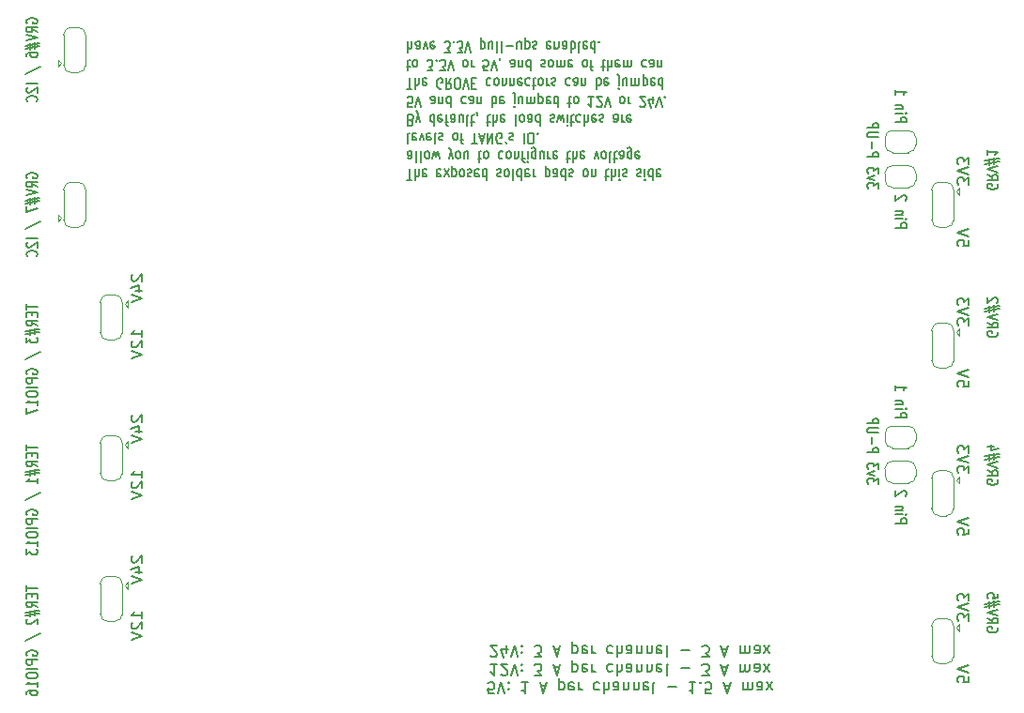
<source format=gbr>
%TF.GenerationSoftware,KiCad,Pcbnew,5.1.10-88a1d61d58~88~ubuntu20.04.1*%
%TF.CreationDate,2021-07-12T21:51:17+02:00*%
%TF.ProjectId,Tang_v1-1,54616e67-5f76-4312-9d31-2e6b69636164,rev?*%
%TF.SameCoordinates,Original*%
%TF.FileFunction,Legend,Bot*%
%TF.FilePolarity,Positive*%
%FSLAX46Y46*%
G04 Gerber Fmt 4.6, Leading zero omitted, Abs format (unit mm)*
G04 Created by KiCad (PCBNEW 5.1.10-88a1d61d58~88~ubuntu20.04.1) date 2021-07-12 21:51:17*
%MOMM*%
%LPD*%
G01*
G04 APERTURE LIST*
%ADD10C,0.150000*%
%ADD11C,0.120000*%
G04 APERTURE END LIST*
D10*
X200207619Y-148767619D02*
X201207619Y-148767619D01*
X201207619Y-148462857D01*
X201160000Y-148386666D01*
X201112380Y-148348571D01*
X201017142Y-148310476D01*
X200874285Y-148310476D01*
X200779047Y-148348571D01*
X200731428Y-148386666D01*
X200683809Y-148462857D01*
X200683809Y-148767619D01*
X200207619Y-147967619D02*
X200874285Y-147967619D01*
X201207619Y-147967619D02*
X201160000Y-148005714D01*
X201112380Y-147967619D01*
X201160000Y-147929523D01*
X201207619Y-147967619D01*
X201112380Y-147967619D01*
X200874285Y-147586666D02*
X200207619Y-147586666D01*
X200779047Y-147586666D02*
X200826666Y-147548571D01*
X200874285Y-147472380D01*
X200874285Y-147358095D01*
X200826666Y-147281904D01*
X200731428Y-147243809D01*
X200207619Y-147243809D01*
X201112380Y-146291428D02*
X201160000Y-146253333D01*
X201207619Y-146177142D01*
X201207619Y-145986666D01*
X201160000Y-145910476D01*
X201112380Y-145872380D01*
X201017142Y-145834285D01*
X200921904Y-145834285D01*
X200779047Y-145872380D01*
X200207619Y-146329523D01*
X200207619Y-145834285D01*
X200207619Y-139242619D02*
X201207619Y-139242619D01*
X201207619Y-138937857D01*
X201160000Y-138861666D01*
X201112380Y-138823571D01*
X201017142Y-138785476D01*
X200874285Y-138785476D01*
X200779047Y-138823571D01*
X200731428Y-138861666D01*
X200683809Y-138937857D01*
X200683809Y-139242619D01*
X200207619Y-138442619D02*
X200874285Y-138442619D01*
X201207619Y-138442619D02*
X201160000Y-138480714D01*
X201112380Y-138442619D01*
X201160000Y-138404523D01*
X201207619Y-138442619D01*
X201112380Y-138442619D01*
X200874285Y-138061666D02*
X200207619Y-138061666D01*
X200779047Y-138061666D02*
X200826666Y-138023571D01*
X200874285Y-137947380D01*
X200874285Y-137833095D01*
X200826666Y-137756904D01*
X200731428Y-137718809D01*
X200207619Y-137718809D01*
X200207619Y-136309285D02*
X200207619Y-136766428D01*
X200207619Y-136537857D02*
X201207619Y-136537857D01*
X201064761Y-136614047D01*
X200969523Y-136690238D01*
X200921904Y-136766428D01*
X200207619Y-122097619D02*
X201207619Y-122097619D01*
X201207619Y-121792857D01*
X201160000Y-121716666D01*
X201112380Y-121678571D01*
X201017142Y-121640476D01*
X200874285Y-121640476D01*
X200779047Y-121678571D01*
X200731428Y-121716666D01*
X200683809Y-121792857D01*
X200683809Y-122097619D01*
X200207619Y-121297619D02*
X200874285Y-121297619D01*
X201207619Y-121297619D02*
X201160000Y-121335714D01*
X201112380Y-121297619D01*
X201160000Y-121259523D01*
X201207619Y-121297619D01*
X201112380Y-121297619D01*
X200874285Y-120916666D02*
X200207619Y-120916666D01*
X200779047Y-120916666D02*
X200826666Y-120878571D01*
X200874285Y-120802380D01*
X200874285Y-120688095D01*
X200826666Y-120611904D01*
X200731428Y-120573809D01*
X200207619Y-120573809D01*
X201112380Y-119621428D02*
X201160000Y-119583333D01*
X201207619Y-119507142D01*
X201207619Y-119316666D01*
X201160000Y-119240476D01*
X201112380Y-119202380D01*
X201017142Y-119164285D01*
X200921904Y-119164285D01*
X200779047Y-119202380D01*
X200207619Y-119659523D01*
X200207619Y-119164285D01*
X200207619Y-112572619D02*
X201207619Y-112572619D01*
X201207619Y-112267857D01*
X201160000Y-112191666D01*
X201112380Y-112153571D01*
X201017142Y-112115476D01*
X200874285Y-112115476D01*
X200779047Y-112153571D01*
X200731428Y-112191666D01*
X200683809Y-112267857D01*
X200683809Y-112572619D01*
X200207619Y-111772619D02*
X200874285Y-111772619D01*
X201207619Y-111772619D02*
X201160000Y-111810714D01*
X201112380Y-111772619D01*
X201160000Y-111734523D01*
X201207619Y-111772619D01*
X201112380Y-111772619D01*
X200874285Y-111391666D02*
X200207619Y-111391666D01*
X200779047Y-111391666D02*
X200826666Y-111353571D01*
X200874285Y-111277380D01*
X200874285Y-111163095D01*
X200826666Y-111086904D01*
X200731428Y-111048809D01*
X200207619Y-111048809D01*
X200207619Y-109639285D02*
X200207619Y-110096428D01*
X200207619Y-109867857D02*
X201207619Y-109867857D01*
X201064761Y-109944047D01*
X200969523Y-110020238D01*
X200921904Y-110096428D01*
X198667619Y-118541428D02*
X198667619Y-118046190D01*
X198286666Y-118312857D01*
X198286666Y-118198571D01*
X198239047Y-118122380D01*
X198191428Y-118084285D01*
X198096190Y-118046190D01*
X197858095Y-118046190D01*
X197762857Y-118084285D01*
X197715238Y-118122380D01*
X197667619Y-118198571D01*
X197667619Y-118427142D01*
X197715238Y-118503333D01*
X197762857Y-118541428D01*
X198334285Y-117779523D02*
X197667619Y-117589047D01*
X198334285Y-117398571D01*
X198667619Y-117170000D02*
X198667619Y-116674761D01*
X198286666Y-116941428D01*
X198286666Y-116827142D01*
X198239047Y-116750952D01*
X198191428Y-116712857D01*
X198096190Y-116674761D01*
X197858095Y-116674761D01*
X197762857Y-116712857D01*
X197715238Y-116750952D01*
X197667619Y-116827142D01*
X197667619Y-117055714D01*
X197715238Y-117131904D01*
X197762857Y-117170000D01*
X197667619Y-115722380D02*
X198667619Y-115722380D01*
X198667619Y-115417619D01*
X198620000Y-115341428D01*
X198572380Y-115303333D01*
X198477142Y-115265238D01*
X198334285Y-115265238D01*
X198239047Y-115303333D01*
X198191428Y-115341428D01*
X198143809Y-115417619D01*
X198143809Y-115722380D01*
X198048571Y-114922380D02*
X198048571Y-114312857D01*
X198667619Y-113931904D02*
X197858095Y-113931904D01*
X197762857Y-113893809D01*
X197715238Y-113855714D01*
X197667619Y-113779523D01*
X197667619Y-113627142D01*
X197715238Y-113550952D01*
X197762857Y-113512857D01*
X197858095Y-113474761D01*
X198667619Y-113474761D01*
X197667619Y-113093809D02*
X198667619Y-113093809D01*
X198667619Y-112789047D01*
X198620000Y-112712857D01*
X198572380Y-112674761D01*
X198477142Y-112636666D01*
X198334285Y-112636666D01*
X198239047Y-112674761D01*
X198191428Y-112712857D01*
X198143809Y-112789047D01*
X198143809Y-113093809D01*
X198667619Y-145211428D02*
X198667619Y-144716190D01*
X198286666Y-144982857D01*
X198286666Y-144868571D01*
X198239047Y-144792380D01*
X198191428Y-144754285D01*
X198096190Y-144716190D01*
X197858095Y-144716190D01*
X197762857Y-144754285D01*
X197715238Y-144792380D01*
X197667619Y-144868571D01*
X197667619Y-145097142D01*
X197715238Y-145173333D01*
X197762857Y-145211428D01*
X198334285Y-144449523D02*
X197667619Y-144259047D01*
X198334285Y-144068571D01*
X198667619Y-143840000D02*
X198667619Y-143344761D01*
X198286666Y-143611428D01*
X198286666Y-143497142D01*
X198239047Y-143420952D01*
X198191428Y-143382857D01*
X198096190Y-143344761D01*
X197858095Y-143344761D01*
X197762857Y-143382857D01*
X197715238Y-143420952D01*
X197667619Y-143497142D01*
X197667619Y-143725714D01*
X197715238Y-143801904D01*
X197762857Y-143840000D01*
X197667619Y-142392380D02*
X198667619Y-142392380D01*
X198667619Y-142087619D01*
X198620000Y-142011428D01*
X198572380Y-141973333D01*
X198477142Y-141935238D01*
X198334285Y-141935238D01*
X198239047Y-141973333D01*
X198191428Y-142011428D01*
X198143809Y-142087619D01*
X198143809Y-142392380D01*
X198048571Y-141592380D02*
X198048571Y-140982857D01*
X198667619Y-140601904D02*
X197858095Y-140601904D01*
X197762857Y-140563809D01*
X197715238Y-140525714D01*
X197667619Y-140449523D01*
X197667619Y-140297142D01*
X197715238Y-140220952D01*
X197762857Y-140182857D01*
X197858095Y-140144761D01*
X198667619Y-140144761D01*
X197667619Y-139763809D02*
X198667619Y-139763809D01*
X198667619Y-139459047D01*
X198620000Y-139382857D01*
X198572380Y-139344761D01*
X198477142Y-139306666D01*
X198334285Y-139306666D01*
X198239047Y-139344761D01*
X198191428Y-139382857D01*
X198143809Y-139459047D01*
X198143809Y-139763809D01*
X209415000Y-144824285D02*
X209462619Y-144900476D01*
X209462619Y-145014761D01*
X209415000Y-145129047D01*
X209319761Y-145205238D01*
X209224523Y-145243333D01*
X209034047Y-145281428D01*
X208891190Y-145281428D01*
X208700714Y-145243333D01*
X208605476Y-145205238D01*
X208510238Y-145129047D01*
X208462619Y-145014761D01*
X208462619Y-144938571D01*
X208510238Y-144824285D01*
X208557857Y-144786190D01*
X208891190Y-144786190D01*
X208891190Y-144938571D01*
X208462619Y-143986190D02*
X208938809Y-144252857D01*
X208462619Y-144443333D02*
X209462619Y-144443333D01*
X209462619Y-144138571D01*
X209415000Y-144062380D01*
X209367380Y-144024285D01*
X209272142Y-143986190D01*
X209129285Y-143986190D01*
X209034047Y-144024285D01*
X208986428Y-144062380D01*
X208938809Y-144138571D01*
X208938809Y-144443333D01*
X209462619Y-143757619D02*
X208462619Y-143490952D01*
X209462619Y-143224285D01*
X209129285Y-142995714D02*
X209129285Y-142424285D01*
X209557857Y-142767142D02*
X208272142Y-142995714D01*
X208700714Y-142500476D02*
X208700714Y-143071904D01*
X208272142Y-142729047D02*
X209557857Y-142500476D01*
X209129285Y-141814761D02*
X208462619Y-141814761D01*
X209510238Y-142005238D02*
X208795952Y-142195714D01*
X208795952Y-141700476D01*
X209415000Y-158159285D02*
X209462619Y-158235476D01*
X209462619Y-158349761D01*
X209415000Y-158464047D01*
X209319761Y-158540238D01*
X209224523Y-158578333D01*
X209034047Y-158616428D01*
X208891190Y-158616428D01*
X208700714Y-158578333D01*
X208605476Y-158540238D01*
X208510238Y-158464047D01*
X208462619Y-158349761D01*
X208462619Y-158273571D01*
X208510238Y-158159285D01*
X208557857Y-158121190D01*
X208891190Y-158121190D01*
X208891190Y-158273571D01*
X208462619Y-157321190D02*
X208938809Y-157587857D01*
X208462619Y-157778333D02*
X209462619Y-157778333D01*
X209462619Y-157473571D01*
X209415000Y-157397380D01*
X209367380Y-157359285D01*
X209272142Y-157321190D01*
X209129285Y-157321190D01*
X209034047Y-157359285D01*
X208986428Y-157397380D01*
X208938809Y-157473571D01*
X208938809Y-157778333D01*
X209462619Y-157092619D02*
X208462619Y-156825952D01*
X209462619Y-156559285D01*
X209129285Y-156330714D02*
X209129285Y-155759285D01*
X209557857Y-156102142D02*
X208272142Y-156330714D01*
X208700714Y-155835476D02*
X208700714Y-156406904D01*
X208272142Y-156064047D02*
X209557857Y-155835476D01*
X209462619Y-155111666D02*
X209462619Y-155492619D01*
X208986428Y-155530714D01*
X209034047Y-155492619D01*
X209081666Y-155416428D01*
X209081666Y-155225952D01*
X209034047Y-155149761D01*
X208986428Y-155111666D01*
X208891190Y-155073571D01*
X208653095Y-155073571D01*
X208557857Y-155111666D01*
X208510238Y-155149761D01*
X208462619Y-155225952D01*
X208462619Y-155416428D01*
X208510238Y-155492619D01*
X208557857Y-155530714D01*
X209415000Y-131489285D02*
X209462619Y-131565476D01*
X209462619Y-131679761D01*
X209415000Y-131794047D01*
X209319761Y-131870238D01*
X209224523Y-131908333D01*
X209034047Y-131946428D01*
X208891190Y-131946428D01*
X208700714Y-131908333D01*
X208605476Y-131870238D01*
X208510238Y-131794047D01*
X208462619Y-131679761D01*
X208462619Y-131603571D01*
X208510238Y-131489285D01*
X208557857Y-131451190D01*
X208891190Y-131451190D01*
X208891190Y-131603571D01*
X208462619Y-130651190D02*
X208938809Y-130917857D01*
X208462619Y-131108333D02*
X209462619Y-131108333D01*
X209462619Y-130803571D01*
X209415000Y-130727380D01*
X209367380Y-130689285D01*
X209272142Y-130651190D01*
X209129285Y-130651190D01*
X209034047Y-130689285D01*
X208986428Y-130727380D01*
X208938809Y-130803571D01*
X208938809Y-131108333D01*
X209462619Y-130422619D02*
X208462619Y-130155952D01*
X209462619Y-129889285D01*
X209129285Y-129660714D02*
X209129285Y-129089285D01*
X209557857Y-129432142D02*
X208272142Y-129660714D01*
X208700714Y-129165476D02*
X208700714Y-129736904D01*
X208272142Y-129394047D02*
X209557857Y-129165476D01*
X209367380Y-128860714D02*
X209415000Y-128822619D01*
X209462619Y-128746428D01*
X209462619Y-128555952D01*
X209415000Y-128479761D01*
X209367380Y-128441666D01*
X209272142Y-128403571D01*
X209176904Y-128403571D01*
X209034047Y-128441666D01*
X208462619Y-128898809D01*
X208462619Y-128403571D01*
X209415000Y-118154285D02*
X209462619Y-118230476D01*
X209462619Y-118344761D01*
X209415000Y-118459047D01*
X209319761Y-118535238D01*
X209224523Y-118573333D01*
X209034047Y-118611428D01*
X208891190Y-118611428D01*
X208700714Y-118573333D01*
X208605476Y-118535238D01*
X208510238Y-118459047D01*
X208462619Y-118344761D01*
X208462619Y-118268571D01*
X208510238Y-118154285D01*
X208557857Y-118116190D01*
X208891190Y-118116190D01*
X208891190Y-118268571D01*
X208462619Y-117316190D02*
X208938809Y-117582857D01*
X208462619Y-117773333D02*
X209462619Y-117773333D01*
X209462619Y-117468571D01*
X209415000Y-117392380D01*
X209367380Y-117354285D01*
X209272142Y-117316190D01*
X209129285Y-117316190D01*
X209034047Y-117354285D01*
X208986428Y-117392380D01*
X208938809Y-117468571D01*
X208938809Y-117773333D01*
X209462619Y-117087619D02*
X208462619Y-116820952D01*
X209462619Y-116554285D01*
X209129285Y-116325714D02*
X209129285Y-115754285D01*
X209557857Y-116097142D02*
X208272142Y-116325714D01*
X208700714Y-115830476D02*
X208700714Y-116401904D01*
X208272142Y-116059047D02*
X209557857Y-115830476D01*
X208462619Y-115068571D02*
X208462619Y-115525714D01*
X208462619Y-115297142D02*
X209462619Y-115297142D01*
X209319761Y-115373333D01*
X209224523Y-115449523D01*
X209176904Y-115525714D01*
X206795619Y-123237190D02*
X206795619Y-123713380D01*
X206319428Y-123761000D01*
X206367047Y-123713380D01*
X206414666Y-123618142D01*
X206414666Y-123380047D01*
X206367047Y-123284809D01*
X206319428Y-123237190D01*
X206224190Y-123189571D01*
X205986095Y-123189571D01*
X205890857Y-123237190D01*
X205843238Y-123284809D01*
X205795619Y-123380047D01*
X205795619Y-123618142D01*
X205843238Y-123713380D01*
X205890857Y-123761000D01*
X206795619Y-122903857D02*
X205795619Y-122570523D01*
X206795619Y-122237190D01*
X206795619Y-118189571D02*
X206795619Y-117570523D01*
X206414666Y-117903857D01*
X206414666Y-117761000D01*
X206367047Y-117665761D01*
X206319428Y-117618142D01*
X206224190Y-117570523D01*
X205986095Y-117570523D01*
X205890857Y-117618142D01*
X205843238Y-117665761D01*
X205795619Y-117761000D01*
X205795619Y-118046714D01*
X205843238Y-118141952D01*
X205890857Y-118189571D01*
X206795619Y-117284809D02*
X205795619Y-116951476D01*
X206795619Y-116618142D01*
X206795619Y-116380047D02*
X206795619Y-115761000D01*
X206414666Y-116094333D01*
X206414666Y-115951476D01*
X206367047Y-115856238D01*
X206319428Y-115808619D01*
X206224190Y-115761000D01*
X205986095Y-115761000D01*
X205890857Y-115808619D01*
X205843238Y-115856238D01*
X205795619Y-115951476D01*
X205795619Y-116237190D01*
X205843238Y-116332428D01*
X205890857Y-116380047D01*
X206795619Y-135937190D02*
X206795619Y-136413380D01*
X206319428Y-136461000D01*
X206367047Y-136413380D01*
X206414666Y-136318142D01*
X206414666Y-136080047D01*
X206367047Y-135984809D01*
X206319428Y-135937190D01*
X206224190Y-135889571D01*
X205986095Y-135889571D01*
X205890857Y-135937190D01*
X205843238Y-135984809D01*
X205795619Y-136080047D01*
X205795619Y-136318142D01*
X205843238Y-136413380D01*
X205890857Y-136461000D01*
X206795619Y-135603857D02*
X205795619Y-135270523D01*
X206795619Y-134937190D01*
X206795619Y-130889571D02*
X206795619Y-130270523D01*
X206414666Y-130603857D01*
X206414666Y-130461000D01*
X206367047Y-130365761D01*
X206319428Y-130318142D01*
X206224190Y-130270523D01*
X205986095Y-130270523D01*
X205890857Y-130318142D01*
X205843238Y-130365761D01*
X205795619Y-130461000D01*
X205795619Y-130746714D01*
X205843238Y-130841952D01*
X205890857Y-130889571D01*
X206795619Y-129984809D02*
X205795619Y-129651476D01*
X206795619Y-129318142D01*
X206795619Y-129080047D02*
X206795619Y-128461000D01*
X206414666Y-128794333D01*
X206414666Y-128651476D01*
X206367047Y-128556238D01*
X206319428Y-128508619D01*
X206224190Y-128461000D01*
X205986095Y-128461000D01*
X205890857Y-128508619D01*
X205843238Y-128556238D01*
X205795619Y-128651476D01*
X205795619Y-128937190D01*
X205843238Y-129032428D01*
X205890857Y-129080047D01*
X206795619Y-149272190D02*
X206795619Y-149748380D01*
X206319428Y-149796000D01*
X206367047Y-149748380D01*
X206414666Y-149653142D01*
X206414666Y-149415047D01*
X206367047Y-149319809D01*
X206319428Y-149272190D01*
X206224190Y-149224571D01*
X205986095Y-149224571D01*
X205890857Y-149272190D01*
X205843238Y-149319809D01*
X205795619Y-149415047D01*
X205795619Y-149653142D01*
X205843238Y-149748380D01*
X205890857Y-149796000D01*
X206795619Y-148938857D02*
X205795619Y-148605523D01*
X206795619Y-148272190D01*
X206795619Y-144224571D02*
X206795619Y-143605523D01*
X206414666Y-143938857D01*
X206414666Y-143796000D01*
X206367047Y-143700761D01*
X206319428Y-143653142D01*
X206224190Y-143605523D01*
X205986095Y-143605523D01*
X205890857Y-143653142D01*
X205843238Y-143700761D01*
X205795619Y-143796000D01*
X205795619Y-144081714D01*
X205843238Y-144176952D01*
X205890857Y-144224571D01*
X206795619Y-143319809D02*
X205795619Y-142986476D01*
X206795619Y-142653142D01*
X206795619Y-142415047D02*
X206795619Y-141796000D01*
X206414666Y-142129333D01*
X206414666Y-141986476D01*
X206367047Y-141891238D01*
X206319428Y-141843619D01*
X206224190Y-141796000D01*
X205986095Y-141796000D01*
X205890857Y-141843619D01*
X205843238Y-141891238D01*
X205795619Y-141986476D01*
X205795619Y-142272190D01*
X205843238Y-142367428D01*
X205890857Y-142415047D01*
X206795619Y-162607190D02*
X206795619Y-163083380D01*
X206319428Y-163131000D01*
X206367047Y-163083380D01*
X206414666Y-162988142D01*
X206414666Y-162750047D01*
X206367047Y-162654809D01*
X206319428Y-162607190D01*
X206224190Y-162559571D01*
X205986095Y-162559571D01*
X205890857Y-162607190D01*
X205843238Y-162654809D01*
X205795619Y-162750047D01*
X205795619Y-162988142D01*
X205843238Y-163083380D01*
X205890857Y-163131000D01*
X206795619Y-162273857D02*
X205795619Y-161940523D01*
X206795619Y-161607190D01*
X206795619Y-157559571D02*
X206795619Y-156940523D01*
X206414666Y-157273857D01*
X206414666Y-157131000D01*
X206367047Y-157035761D01*
X206319428Y-156988142D01*
X206224190Y-156940523D01*
X205986095Y-156940523D01*
X205890857Y-156988142D01*
X205843238Y-157035761D01*
X205795619Y-157131000D01*
X205795619Y-157416714D01*
X205843238Y-157511952D01*
X205890857Y-157559571D01*
X206795619Y-156654809D02*
X205795619Y-156321476D01*
X206795619Y-155988142D01*
X206795619Y-155750047D02*
X206795619Y-155131000D01*
X206414666Y-155464333D01*
X206414666Y-155321476D01*
X206367047Y-155226238D01*
X206319428Y-155178619D01*
X206224190Y-155131000D01*
X205986095Y-155131000D01*
X205890857Y-155178619D01*
X205843238Y-155226238D01*
X205795619Y-155321476D01*
X205795619Y-155607190D01*
X205843238Y-155702428D01*
X205890857Y-155750047D01*
X121928000Y-117589714D02*
X121880380Y-117513523D01*
X121880380Y-117399238D01*
X121928000Y-117284952D01*
X122023238Y-117208761D01*
X122118476Y-117170666D01*
X122308952Y-117132571D01*
X122451809Y-117132571D01*
X122642285Y-117170666D01*
X122737523Y-117208761D01*
X122832761Y-117284952D01*
X122880380Y-117399238D01*
X122880380Y-117475428D01*
X122832761Y-117589714D01*
X122785142Y-117627809D01*
X122451809Y-117627809D01*
X122451809Y-117475428D01*
X122880380Y-118427809D02*
X122404190Y-118161142D01*
X122880380Y-117970666D02*
X121880380Y-117970666D01*
X121880380Y-118275428D01*
X121928000Y-118351619D01*
X121975619Y-118389714D01*
X122070857Y-118427809D01*
X122213714Y-118427809D01*
X122308952Y-118389714D01*
X122356571Y-118351619D01*
X122404190Y-118275428D01*
X122404190Y-117970666D01*
X121880380Y-118656380D02*
X122880380Y-118923047D01*
X121880380Y-119189714D01*
X122213714Y-119418285D02*
X122213714Y-119989714D01*
X121785142Y-119646857D02*
X123070857Y-119418285D01*
X122642285Y-119913523D02*
X122642285Y-119342095D01*
X123070857Y-119684952D02*
X121785142Y-119913523D01*
X121880380Y-120180190D02*
X121880380Y-120713523D01*
X122880380Y-120370666D01*
X121832761Y-122199238D02*
X123118476Y-121513523D01*
X122880380Y-123075428D02*
X121880380Y-123075428D01*
X121975619Y-123418285D02*
X121928000Y-123456380D01*
X121880380Y-123532571D01*
X121880380Y-123723047D01*
X121928000Y-123799238D01*
X121975619Y-123837333D01*
X122070857Y-123875428D01*
X122166095Y-123875428D01*
X122308952Y-123837333D01*
X122880380Y-123380190D01*
X122880380Y-123875428D01*
X122785142Y-124675428D02*
X122832761Y-124637333D01*
X122880380Y-124523047D01*
X122880380Y-124446857D01*
X122832761Y-124332571D01*
X122737523Y-124256380D01*
X122642285Y-124218285D01*
X122451809Y-124180190D01*
X122308952Y-124180190D01*
X122118476Y-124218285D01*
X122023238Y-124256380D01*
X121928000Y-124332571D01*
X121880380Y-124446857D01*
X121880380Y-124523047D01*
X121928000Y-124637333D01*
X121975619Y-124675428D01*
X121928000Y-103619714D02*
X121880380Y-103543523D01*
X121880380Y-103429238D01*
X121928000Y-103314952D01*
X122023238Y-103238761D01*
X122118476Y-103200666D01*
X122308952Y-103162571D01*
X122451809Y-103162571D01*
X122642285Y-103200666D01*
X122737523Y-103238761D01*
X122832761Y-103314952D01*
X122880380Y-103429238D01*
X122880380Y-103505428D01*
X122832761Y-103619714D01*
X122785142Y-103657809D01*
X122451809Y-103657809D01*
X122451809Y-103505428D01*
X122880380Y-104457809D02*
X122404190Y-104191142D01*
X122880380Y-104000666D02*
X121880380Y-104000666D01*
X121880380Y-104305428D01*
X121928000Y-104381619D01*
X121975619Y-104419714D01*
X122070857Y-104457809D01*
X122213714Y-104457809D01*
X122308952Y-104419714D01*
X122356571Y-104381619D01*
X122404190Y-104305428D01*
X122404190Y-104000666D01*
X121880380Y-104686380D02*
X122880380Y-104953047D01*
X121880380Y-105219714D01*
X122213714Y-105448285D02*
X122213714Y-106019714D01*
X121785142Y-105676857D02*
X123070857Y-105448285D01*
X122642285Y-105943523D02*
X122642285Y-105372095D01*
X123070857Y-105714952D02*
X121785142Y-105943523D01*
X121880380Y-106629238D02*
X121880380Y-106476857D01*
X121928000Y-106400666D01*
X121975619Y-106362571D01*
X122118476Y-106286380D01*
X122308952Y-106248285D01*
X122689904Y-106248285D01*
X122785142Y-106286380D01*
X122832761Y-106324476D01*
X122880380Y-106400666D01*
X122880380Y-106553047D01*
X122832761Y-106629238D01*
X122785142Y-106667333D01*
X122689904Y-106705428D01*
X122451809Y-106705428D01*
X122356571Y-106667333D01*
X122308952Y-106629238D01*
X122261333Y-106553047D01*
X122261333Y-106400666D01*
X122308952Y-106324476D01*
X122356571Y-106286380D01*
X122451809Y-106248285D01*
X121832761Y-108229238D02*
X123118476Y-107543523D01*
X122880380Y-109105428D02*
X121880380Y-109105428D01*
X121975619Y-109448285D02*
X121928000Y-109486380D01*
X121880380Y-109562571D01*
X121880380Y-109753047D01*
X121928000Y-109829238D01*
X121975619Y-109867333D01*
X122070857Y-109905428D01*
X122166095Y-109905428D01*
X122308952Y-109867333D01*
X122880380Y-109410190D01*
X122880380Y-109905428D01*
X122785142Y-110705428D02*
X122832761Y-110667333D01*
X122880380Y-110553047D01*
X122880380Y-110476857D01*
X122832761Y-110362571D01*
X122737523Y-110286380D01*
X122642285Y-110248285D01*
X122451809Y-110210190D01*
X122308952Y-110210190D01*
X122118476Y-110248285D01*
X122023238Y-110286380D01*
X121928000Y-110362571D01*
X121880380Y-110476857D01*
X121880380Y-110553047D01*
X121928000Y-110667333D01*
X121975619Y-110705428D01*
X121880380Y-129013571D02*
X121880380Y-129470714D01*
X122880380Y-129242142D02*
X121880380Y-129242142D01*
X122356571Y-129737380D02*
X122356571Y-130004047D01*
X122880380Y-130118333D02*
X122880380Y-129737380D01*
X121880380Y-129737380D01*
X121880380Y-130118333D01*
X122880380Y-130918333D02*
X122404190Y-130651666D01*
X122880380Y-130461190D02*
X121880380Y-130461190D01*
X121880380Y-130765952D01*
X121928000Y-130842142D01*
X121975619Y-130880238D01*
X122070857Y-130918333D01*
X122213714Y-130918333D01*
X122308952Y-130880238D01*
X122356571Y-130842142D01*
X122404190Y-130765952D01*
X122404190Y-130461190D01*
X122213714Y-131223095D02*
X122213714Y-131794523D01*
X121785142Y-131451666D02*
X123070857Y-131223095D01*
X122642285Y-131718333D02*
X122642285Y-131146904D01*
X123070857Y-131489761D02*
X121785142Y-131718333D01*
X121880380Y-131985000D02*
X121880380Y-132480238D01*
X122261333Y-132213571D01*
X122261333Y-132327857D01*
X122308952Y-132404047D01*
X122356571Y-132442142D01*
X122451809Y-132480238D01*
X122689904Y-132480238D01*
X122785142Y-132442142D01*
X122832761Y-132404047D01*
X122880380Y-132327857D01*
X122880380Y-132099285D01*
X122832761Y-132023095D01*
X122785142Y-131985000D01*
X121832761Y-134004047D02*
X123118476Y-133318333D01*
X121928000Y-135299285D02*
X121880380Y-135223095D01*
X121880380Y-135108809D01*
X121928000Y-134994523D01*
X122023238Y-134918333D01*
X122118476Y-134880238D01*
X122308952Y-134842142D01*
X122451809Y-134842142D01*
X122642285Y-134880238D01*
X122737523Y-134918333D01*
X122832761Y-134994523D01*
X122880380Y-135108809D01*
X122880380Y-135185000D01*
X122832761Y-135299285D01*
X122785142Y-135337380D01*
X122451809Y-135337380D01*
X122451809Y-135185000D01*
X122880380Y-135680238D02*
X121880380Y-135680238D01*
X121880380Y-135985000D01*
X121928000Y-136061190D01*
X121975619Y-136099285D01*
X122070857Y-136137380D01*
X122213714Y-136137380D01*
X122308952Y-136099285D01*
X122356571Y-136061190D01*
X122404190Y-135985000D01*
X122404190Y-135680238D01*
X122880380Y-136480238D02*
X121880380Y-136480238D01*
X121880380Y-137013571D02*
X121880380Y-137165952D01*
X121928000Y-137242142D01*
X122023238Y-137318333D01*
X122213714Y-137356428D01*
X122547047Y-137356428D01*
X122737523Y-137318333D01*
X122832761Y-137242142D01*
X122880380Y-137165952D01*
X122880380Y-137013571D01*
X122832761Y-136937380D01*
X122737523Y-136861190D01*
X122547047Y-136823095D01*
X122213714Y-136823095D01*
X122023238Y-136861190D01*
X121928000Y-136937380D01*
X121880380Y-137013571D01*
X122880380Y-138118333D02*
X122880380Y-137661190D01*
X122880380Y-137889761D02*
X121880380Y-137889761D01*
X122023238Y-137813571D01*
X122118476Y-137737380D01*
X122166095Y-137661190D01*
X121880380Y-138385000D02*
X121880380Y-138918333D01*
X122880380Y-138575476D01*
X121880380Y-154413571D02*
X121880380Y-154870714D01*
X122880380Y-154642142D02*
X121880380Y-154642142D01*
X122356571Y-155137380D02*
X122356571Y-155404047D01*
X122880380Y-155518333D02*
X122880380Y-155137380D01*
X121880380Y-155137380D01*
X121880380Y-155518333D01*
X122880380Y-156318333D02*
X122404190Y-156051666D01*
X122880380Y-155861190D02*
X121880380Y-155861190D01*
X121880380Y-156165952D01*
X121928000Y-156242142D01*
X121975619Y-156280238D01*
X122070857Y-156318333D01*
X122213714Y-156318333D01*
X122308952Y-156280238D01*
X122356571Y-156242142D01*
X122404190Y-156165952D01*
X122404190Y-155861190D01*
X122213714Y-156623095D02*
X122213714Y-157194523D01*
X121785142Y-156851666D02*
X123070857Y-156623095D01*
X122642285Y-157118333D02*
X122642285Y-156546904D01*
X123070857Y-156889761D02*
X121785142Y-157118333D01*
X121975619Y-157423095D02*
X121928000Y-157461190D01*
X121880380Y-157537380D01*
X121880380Y-157727857D01*
X121928000Y-157804047D01*
X121975619Y-157842142D01*
X122070857Y-157880238D01*
X122166095Y-157880238D01*
X122308952Y-157842142D01*
X122880380Y-157385000D01*
X122880380Y-157880238D01*
X121832761Y-159404047D02*
X123118476Y-158718333D01*
X121928000Y-160699285D02*
X121880380Y-160623095D01*
X121880380Y-160508809D01*
X121928000Y-160394523D01*
X122023238Y-160318333D01*
X122118476Y-160280238D01*
X122308952Y-160242142D01*
X122451809Y-160242142D01*
X122642285Y-160280238D01*
X122737523Y-160318333D01*
X122832761Y-160394523D01*
X122880380Y-160508809D01*
X122880380Y-160585000D01*
X122832761Y-160699285D01*
X122785142Y-160737380D01*
X122451809Y-160737380D01*
X122451809Y-160585000D01*
X122880380Y-161080238D02*
X121880380Y-161080238D01*
X121880380Y-161385000D01*
X121928000Y-161461190D01*
X121975619Y-161499285D01*
X122070857Y-161537380D01*
X122213714Y-161537380D01*
X122308952Y-161499285D01*
X122356571Y-161461190D01*
X122404190Y-161385000D01*
X122404190Y-161080238D01*
X122880380Y-161880238D02*
X121880380Y-161880238D01*
X121880380Y-162413571D02*
X121880380Y-162565952D01*
X121928000Y-162642142D01*
X122023238Y-162718333D01*
X122213714Y-162756428D01*
X122547047Y-162756428D01*
X122737523Y-162718333D01*
X122832761Y-162642142D01*
X122880380Y-162565952D01*
X122880380Y-162413571D01*
X122832761Y-162337380D01*
X122737523Y-162261190D01*
X122547047Y-162223095D01*
X122213714Y-162223095D01*
X122023238Y-162261190D01*
X121928000Y-162337380D01*
X121880380Y-162413571D01*
X122880380Y-163518333D02*
X122880380Y-163061190D01*
X122880380Y-163289761D02*
X121880380Y-163289761D01*
X122023238Y-163213571D01*
X122118476Y-163137380D01*
X122166095Y-163061190D01*
X121880380Y-164204047D02*
X121880380Y-164051666D01*
X121928000Y-163975476D01*
X121975619Y-163937380D01*
X122118476Y-163861190D01*
X122308952Y-163823095D01*
X122689904Y-163823095D01*
X122785142Y-163861190D01*
X122832761Y-163899285D01*
X122880380Y-163975476D01*
X122880380Y-164127857D01*
X122832761Y-164204047D01*
X122785142Y-164242142D01*
X122689904Y-164280238D01*
X122451809Y-164280238D01*
X122356571Y-164242142D01*
X122308952Y-164204047D01*
X122261333Y-164127857D01*
X122261333Y-163975476D01*
X122308952Y-163899285D01*
X122356571Y-163861190D01*
X122451809Y-163823095D01*
X121880380Y-141713571D02*
X121880380Y-142170714D01*
X122880380Y-141942142D02*
X121880380Y-141942142D01*
X122356571Y-142437380D02*
X122356571Y-142704047D01*
X122880380Y-142818333D02*
X122880380Y-142437380D01*
X121880380Y-142437380D01*
X121880380Y-142818333D01*
X122880380Y-143618333D02*
X122404190Y-143351666D01*
X122880380Y-143161190D02*
X121880380Y-143161190D01*
X121880380Y-143465952D01*
X121928000Y-143542142D01*
X121975619Y-143580238D01*
X122070857Y-143618333D01*
X122213714Y-143618333D01*
X122308952Y-143580238D01*
X122356571Y-143542142D01*
X122404190Y-143465952D01*
X122404190Y-143161190D01*
X122213714Y-143923095D02*
X122213714Y-144494523D01*
X121785142Y-144151666D02*
X123070857Y-143923095D01*
X122642285Y-144418333D02*
X122642285Y-143846904D01*
X123070857Y-144189761D02*
X121785142Y-144418333D01*
X122880380Y-145180238D02*
X122880380Y-144723095D01*
X122880380Y-144951666D02*
X121880380Y-144951666D01*
X122023238Y-144875476D01*
X122118476Y-144799285D01*
X122166095Y-144723095D01*
X121832761Y-146704047D02*
X123118476Y-146018333D01*
X121928000Y-147999285D02*
X121880380Y-147923095D01*
X121880380Y-147808809D01*
X121928000Y-147694523D01*
X122023238Y-147618333D01*
X122118476Y-147580238D01*
X122308952Y-147542142D01*
X122451809Y-147542142D01*
X122642285Y-147580238D01*
X122737523Y-147618333D01*
X122832761Y-147694523D01*
X122880380Y-147808809D01*
X122880380Y-147885000D01*
X122832761Y-147999285D01*
X122785142Y-148037380D01*
X122451809Y-148037380D01*
X122451809Y-147885000D01*
X122880380Y-148380238D02*
X121880380Y-148380238D01*
X121880380Y-148685000D01*
X121928000Y-148761190D01*
X121975619Y-148799285D01*
X122070857Y-148837380D01*
X122213714Y-148837380D01*
X122308952Y-148799285D01*
X122356571Y-148761190D01*
X122404190Y-148685000D01*
X122404190Y-148380238D01*
X122880380Y-149180238D02*
X121880380Y-149180238D01*
X121880380Y-149713571D02*
X121880380Y-149865952D01*
X121928000Y-149942142D01*
X122023238Y-150018333D01*
X122213714Y-150056428D01*
X122547047Y-150056428D01*
X122737523Y-150018333D01*
X122832761Y-149942142D01*
X122880380Y-149865952D01*
X122880380Y-149713571D01*
X122832761Y-149637380D01*
X122737523Y-149561190D01*
X122547047Y-149523095D01*
X122213714Y-149523095D01*
X122023238Y-149561190D01*
X121928000Y-149637380D01*
X121880380Y-149713571D01*
X122880380Y-150818333D02*
X122880380Y-150361190D01*
X122880380Y-150589761D02*
X121880380Y-150589761D01*
X122023238Y-150513571D01*
X122118476Y-150437380D01*
X122166095Y-150361190D01*
X121880380Y-151085000D02*
X121880380Y-151580238D01*
X122261333Y-151313571D01*
X122261333Y-151427857D01*
X122308952Y-151504047D01*
X122356571Y-151542142D01*
X122451809Y-151580238D01*
X122689904Y-151580238D01*
X122785142Y-151542142D01*
X122832761Y-151504047D01*
X122880380Y-151427857D01*
X122880380Y-151199285D01*
X122832761Y-151123095D01*
X122785142Y-151085000D01*
X164014095Y-164122619D02*
X163537904Y-164122619D01*
X163490285Y-163646428D01*
X163537904Y-163694047D01*
X163633142Y-163741666D01*
X163871238Y-163741666D01*
X163966476Y-163694047D01*
X164014095Y-163646428D01*
X164061714Y-163551190D01*
X164061714Y-163313095D01*
X164014095Y-163217857D01*
X163966476Y-163170238D01*
X163871238Y-163122619D01*
X163633142Y-163122619D01*
X163537904Y-163170238D01*
X163490285Y-163217857D01*
X164347428Y-164122619D02*
X164680761Y-163122619D01*
X165014095Y-164122619D01*
X165347428Y-163217857D02*
X165395047Y-163170238D01*
X165347428Y-163122619D01*
X165299809Y-163170238D01*
X165347428Y-163217857D01*
X165347428Y-163122619D01*
X165347428Y-163741666D02*
X165395047Y-163694047D01*
X165347428Y-163646428D01*
X165299809Y-163694047D01*
X165347428Y-163741666D01*
X165347428Y-163646428D01*
X167109333Y-163122619D02*
X166537904Y-163122619D01*
X166823619Y-163122619D02*
X166823619Y-164122619D01*
X166728380Y-163979761D01*
X166633142Y-163884523D01*
X166537904Y-163836904D01*
X168252190Y-163408333D02*
X168728380Y-163408333D01*
X168156952Y-163122619D02*
X168490285Y-164122619D01*
X168823619Y-163122619D01*
X169918857Y-163789285D02*
X169918857Y-162789285D01*
X169918857Y-163741666D02*
X170014095Y-163789285D01*
X170204571Y-163789285D01*
X170299809Y-163741666D01*
X170347428Y-163694047D01*
X170395047Y-163598809D01*
X170395047Y-163313095D01*
X170347428Y-163217857D01*
X170299809Y-163170238D01*
X170204571Y-163122619D01*
X170014095Y-163122619D01*
X169918857Y-163170238D01*
X171204571Y-163170238D02*
X171109333Y-163122619D01*
X170918857Y-163122619D01*
X170823619Y-163170238D01*
X170776000Y-163265476D01*
X170776000Y-163646428D01*
X170823619Y-163741666D01*
X170918857Y-163789285D01*
X171109333Y-163789285D01*
X171204571Y-163741666D01*
X171252190Y-163646428D01*
X171252190Y-163551190D01*
X170776000Y-163455952D01*
X171680761Y-163122619D02*
X171680761Y-163789285D01*
X171680761Y-163598809D02*
X171728380Y-163694047D01*
X171776000Y-163741666D01*
X171871238Y-163789285D01*
X171966476Y-163789285D01*
X173490285Y-163170238D02*
X173395047Y-163122619D01*
X173204571Y-163122619D01*
X173109333Y-163170238D01*
X173061714Y-163217857D01*
X173014095Y-163313095D01*
X173014095Y-163598809D01*
X173061714Y-163694047D01*
X173109333Y-163741666D01*
X173204571Y-163789285D01*
X173395047Y-163789285D01*
X173490285Y-163741666D01*
X173918857Y-163122619D02*
X173918857Y-164122619D01*
X174347428Y-163122619D02*
X174347428Y-163646428D01*
X174299809Y-163741666D01*
X174204571Y-163789285D01*
X174061714Y-163789285D01*
X173966476Y-163741666D01*
X173918857Y-163694047D01*
X175252190Y-163122619D02*
X175252190Y-163646428D01*
X175204571Y-163741666D01*
X175109333Y-163789285D01*
X174918857Y-163789285D01*
X174823619Y-163741666D01*
X175252190Y-163170238D02*
X175156952Y-163122619D01*
X174918857Y-163122619D01*
X174823619Y-163170238D01*
X174776000Y-163265476D01*
X174776000Y-163360714D01*
X174823619Y-163455952D01*
X174918857Y-163503571D01*
X175156952Y-163503571D01*
X175252190Y-163551190D01*
X175728380Y-163789285D02*
X175728380Y-163122619D01*
X175728380Y-163694047D02*
X175776000Y-163741666D01*
X175871238Y-163789285D01*
X176014095Y-163789285D01*
X176109333Y-163741666D01*
X176156952Y-163646428D01*
X176156952Y-163122619D01*
X176633142Y-163789285D02*
X176633142Y-163122619D01*
X176633142Y-163694047D02*
X176680761Y-163741666D01*
X176776000Y-163789285D01*
X176918857Y-163789285D01*
X177014095Y-163741666D01*
X177061714Y-163646428D01*
X177061714Y-163122619D01*
X177918857Y-163170238D02*
X177823619Y-163122619D01*
X177633142Y-163122619D01*
X177537904Y-163170238D01*
X177490285Y-163265476D01*
X177490285Y-163646428D01*
X177537904Y-163741666D01*
X177633142Y-163789285D01*
X177823619Y-163789285D01*
X177918857Y-163741666D01*
X177966476Y-163646428D01*
X177966476Y-163551190D01*
X177490285Y-163455952D01*
X178537904Y-163122619D02*
X178442666Y-163170238D01*
X178395047Y-163265476D01*
X178395047Y-164122619D01*
X179680761Y-163503571D02*
X180442666Y-163503571D01*
X182204571Y-163122619D02*
X181633142Y-163122619D01*
X181918857Y-163122619D02*
X181918857Y-164122619D01*
X181823619Y-163979761D01*
X181728380Y-163884523D01*
X181633142Y-163836904D01*
X182633142Y-163217857D02*
X182680761Y-163170238D01*
X182633142Y-163122619D01*
X182585523Y-163170238D01*
X182633142Y-163217857D01*
X182633142Y-163122619D01*
X183585523Y-164122619D02*
X183109333Y-164122619D01*
X183061714Y-163646428D01*
X183109333Y-163694047D01*
X183204571Y-163741666D01*
X183442666Y-163741666D01*
X183537904Y-163694047D01*
X183585523Y-163646428D01*
X183633142Y-163551190D01*
X183633142Y-163313095D01*
X183585523Y-163217857D01*
X183537904Y-163170238D01*
X183442666Y-163122619D01*
X183204571Y-163122619D01*
X183109333Y-163170238D01*
X183061714Y-163217857D01*
X184776000Y-163408333D02*
X185252190Y-163408333D01*
X184680761Y-163122619D02*
X185014095Y-164122619D01*
X185347428Y-163122619D01*
X186442666Y-163122619D02*
X186442666Y-163789285D01*
X186442666Y-163694047D02*
X186490285Y-163741666D01*
X186585523Y-163789285D01*
X186728380Y-163789285D01*
X186823619Y-163741666D01*
X186871238Y-163646428D01*
X186871238Y-163122619D01*
X186871238Y-163646428D02*
X186918857Y-163741666D01*
X187014095Y-163789285D01*
X187156952Y-163789285D01*
X187252190Y-163741666D01*
X187299809Y-163646428D01*
X187299809Y-163122619D01*
X188204571Y-163122619D02*
X188204571Y-163646428D01*
X188156952Y-163741666D01*
X188061714Y-163789285D01*
X187871238Y-163789285D01*
X187776000Y-163741666D01*
X188204571Y-163170238D02*
X188109333Y-163122619D01*
X187871238Y-163122619D01*
X187776000Y-163170238D01*
X187728380Y-163265476D01*
X187728380Y-163360714D01*
X187776000Y-163455952D01*
X187871238Y-163503571D01*
X188109333Y-163503571D01*
X188204571Y-163551190D01*
X188585523Y-163122619D02*
X189109333Y-163789285D01*
X188585523Y-163789285D02*
X189109333Y-163122619D01*
X164299809Y-161472619D02*
X163728380Y-161472619D01*
X164014095Y-161472619D02*
X164014095Y-162472619D01*
X163918857Y-162329761D01*
X163823619Y-162234523D01*
X163728380Y-162186904D01*
X164680761Y-162377380D02*
X164728380Y-162425000D01*
X164823619Y-162472619D01*
X165061714Y-162472619D01*
X165156952Y-162425000D01*
X165204571Y-162377380D01*
X165252190Y-162282142D01*
X165252190Y-162186904D01*
X165204571Y-162044047D01*
X164633142Y-161472619D01*
X165252190Y-161472619D01*
X165537904Y-162472619D02*
X165871238Y-161472619D01*
X166204571Y-162472619D01*
X166537904Y-161567857D02*
X166585523Y-161520238D01*
X166537904Y-161472619D01*
X166490285Y-161520238D01*
X166537904Y-161567857D01*
X166537904Y-161472619D01*
X166537904Y-162091666D02*
X166585523Y-162044047D01*
X166537904Y-161996428D01*
X166490285Y-162044047D01*
X166537904Y-162091666D01*
X166537904Y-161996428D01*
X167680761Y-162472619D02*
X168299809Y-162472619D01*
X167966476Y-162091666D01*
X168109333Y-162091666D01*
X168204571Y-162044047D01*
X168252190Y-161996428D01*
X168299809Y-161901190D01*
X168299809Y-161663095D01*
X168252190Y-161567857D01*
X168204571Y-161520238D01*
X168109333Y-161472619D01*
X167823619Y-161472619D01*
X167728380Y-161520238D01*
X167680761Y-161567857D01*
X169442666Y-161758333D02*
X169918857Y-161758333D01*
X169347428Y-161472619D02*
X169680761Y-162472619D01*
X170014095Y-161472619D01*
X171109333Y-162139285D02*
X171109333Y-161139285D01*
X171109333Y-162091666D02*
X171204571Y-162139285D01*
X171395047Y-162139285D01*
X171490285Y-162091666D01*
X171537904Y-162044047D01*
X171585523Y-161948809D01*
X171585523Y-161663095D01*
X171537904Y-161567857D01*
X171490285Y-161520238D01*
X171395047Y-161472619D01*
X171204571Y-161472619D01*
X171109333Y-161520238D01*
X172395047Y-161520238D02*
X172299809Y-161472619D01*
X172109333Y-161472619D01*
X172014095Y-161520238D01*
X171966476Y-161615476D01*
X171966476Y-161996428D01*
X172014095Y-162091666D01*
X172109333Y-162139285D01*
X172299809Y-162139285D01*
X172395047Y-162091666D01*
X172442666Y-161996428D01*
X172442666Y-161901190D01*
X171966476Y-161805952D01*
X172871238Y-161472619D02*
X172871238Y-162139285D01*
X172871238Y-161948809D02*
X172918857Y-162044047D01*
X172966476Y-162091666D01*
X173061714Y-162139285D01*
X173156952Y-162139285D01*
X174680761Y-161520238D02*
X174585523Y-161472619D01*
X174395047Y-161472619D01*
X174299809Y-161520238D01*
X174252190Y-161567857D01*
X174204571Y-161663095D01*
X174204571Y-161948809D01*
X174252190Y-162044047D01*
X174299809Y-162091666D01*
X174395047Y-162139285D01*
X174585523Y-162139285D01*
X174680761Y-162091666D01*
X175109333Y-161472619D02*
X175109333Y-162472619D01*
X175537904Y-161472619D02*
X175537904Y-161996428D01*
X175490285Y-162091666D01*
X175395047Y-162139285D01*
X175252190Y-162139285D01*
X175156952Y-162091666D01*
X175109333Y-162044047D01*
X176442666Y-161472619D02*
X176442666Y-161996428D01*
X176395047Y-162091666D01*
X176299809Y-162139285D01*
X176109333Y-162139285D01*
X176014095Y-162091666D01*
X176442666Y-161520238D02*
X176347428Y-161472619D01*
X176109333Y-161472619D01*
X176014095Y-161520238D01*
X175966476Y-161615476D01*
X175966476Y-161710714D01*
X176014095Y-161805952D01*
X176109333Y-161853571D01*
X176347428Y-161853571D01*
X176442666Y-161901190D01*
X176918857Y-162139285D02*
X176918857Y-161472619D01*
X176918857Y-162044047D02*
X176966476Y-162091666D01*
X177061714Y-162139285D01*
X177204571Y-162139285D01*
X177299809Y-162091666D01*
X177347428Y-161996428D01*
X177347428Y-161472619D01*
X177823619Y-162139285D02*
X177823619Y-161472619D01*
X177823619Y-162044047D02*
X177871238Y-162091666D01*
X177966476Y-162139285D01*
X178109333Y-162139285D01*
X178204571Y-162091666D01*
X178252190Y-161996428D01*
X178252190Y-161472619D01*
X179109333Y-161520238D02*
X179014095Y-161472619D01*
X178823619Y-161472619D01*
X178728380Y-161520238D01*
X178680761Y-161615476D01*
X178680761Y-161996428D01*
X178728380Y-162091666D01*
X178823619Y-162139285D01*
X179014095Y-162139285D01*
X179109333Y-162091666D01*
X179156952Y-161996428D01*
X179156952Y-161901190D01*
X178680761Y-161805952D01*
X179728380Y-161472619D02*
X179633142Y-161520238D01*
X179585523Y-161615476D01*
X179585523Y-162472619D01*
X180871238Y-161853571D02*
X181633142Y-161853571D01*
X182776000Y-162472619D02*
X183395047Y-162472619D01*
X183061714Y-162091666D01*
X183204571Y-162091666D01*
X183299809Y-162044047D01*
X183347428Y-161996428D01*
X183395047Y-161901190D01*
X183395047Y-161663095D01*
X183347428Y-161567857D01*
X183299809Y-161520238D01*
X183204571Y-161472619D01*
X182918857Y-161472619D01*
X182823619Y-161520238D01*
X182776000Y-161567857D01*
X184537904Y-161758333D02*
X185014095Y-161758333D01*
X184442666Y-161472619D02*
X184776000Y-162472619D01*
X185109333Y-161472619D01*
X186204571Y-161472619D02*
X186204571Y-162139285D01*
X186204571Y-162044047D02*
X186252190Y-162091666D01*
X186347428Y-162139285D01*
X186490285Y-162139285D01*
X186585523Y-162091666D01*
X186633142Y-161996428D01*
X186633142Y-161472619D01*
X186633142Y-161996428D02*
X186680761Y-162091666D01*
X186776000Y-162139285D01*
X186918857Y-162139285D01*
X187014095Y-162091666D01*
X187061714Y-161996428D01*
X187061714Y-161472619D01*
X187966476Y-161472619D02*
X187966476Y-161996428D01*
X187918857Y-162091666D01*
X187823619Y-162139285D01*
X187633142Y-162139285D01*
X187537904Y-162091666D01*
X187966476Y-161520238D02*
X187871238Y-161472619D01*
X187633142Y-161472619D01*
X187537904Y-161520238D01*
X187490285Y-161615476D01*
X187490285Y-161710714D01*
X187537904Y-161805952D01*
X187633142Y-161853571D01*
X187871238Y-161853571D01*
X187966476Y-161901190D01*
X188347428Y-161472619D02*
X188871238Y-162139285D01*
X188347428Y-162139285D02*
X188871238Y-161472619D01*
X163728380Y-160727380D02*
X163776000Y-160775000D01*
X163871238Y-160822619D01*
X164109333Y-160822619D01*
X164204571Y-160775000D01*
X164252190Y-160727380D01*
X164299809Y-160632142D01*
X164299809Y-160536904D01*
X164252190Y-160394047D01*
X163680761Y-159822619D01*
X164299809Y-159822619D01*
X165156952Y-160489285D02*
X165156952Y-159822619D01*
X164918857Y-160870238D02*
X164680761Y-160155952D01*
X165299809Y-160155952D01*
X165537904Y-160822619D02*
X165871238Y-159822619D01*
X166204571Y-160822619D01*
X166537904Y-159917857D02*
X166585523Y-159870238D01*
X166537904Y-159822619D01*
X166490285Y-159870238D01*
X166537904Y-159917857D01*
X166537904Y-159822619D01*
X166537904Y-160441666D02*
X166585523Y-160394047D01*
X166537904Y-160346428D01*
X166490285Y-160394047D01*
X166537904Y-160441666D01*
X166537904Y-160346428D01*
X167680761Y-160822619D02*
X168299809Y-160822619D01*
X167966476Y-160441666D01*
X168109333Y-160441666D01*
X168204571Y-160394047D01*
X168252190Y-160346428D01*
X168299809Y-160251190D01*
X168299809Y-160013095D01*
X168252190Y-159917857D01*
X168204571Y-159870238D01*
X168109333Y-159822619D01*
X167823619Y-159822619D01*
X167728380Y-159870238D01*
X167680761Y-159917857D01*
X169442666Y-160108333D02*
X169918857Y-160108333D01*
X169347428Y-159822619D02*
X169680761Y-160822619D01*
X170014095Y-159822619D01*
X171109333Y-160489285D02*
X171109333Y-159489285D01*
X171109333Y-160441666D02*
X171204571Y-160489285D01*
X171395047Y-160489285D01*
X171490285Y-160441666D01*
X171537904Y-160394047D01*
X171585523Y-160298809D01*
X171585523Y-160013095D01*
X171537904Y-159917857D01*
X171490285Y-159870238D01*
X171395047Y-159822619D01*
X171204571Y-159822619D01*
X171109333Y-159870238D01*
X172395047Y-159870238D02*
X172299809Y-159822619D01*
X172109333Y-159822619D01*
X172014095Y-159870238D01*
X171966476Y-159965476D01*
X171966476Y-160346428D01*
X172014095Y-160441666D01*
X172109333Y-160489285D01*
X172299809Y-160489285D01*
X172395047Y-160441666D01*
X172442666Y-160346428D01*
X172442666Y-160251190D01*
X171966476Y-160155952D01*
X172871238Y-159822619D02*
X172871238Y-160489285D01*
X172871238Y-160298809D02*
X172918857Y-160394047D01*
X172966476Y-160441666D01*
X173061714Y-160489285D01*
X173156952Y-160489285D01*
X174680761Y-159870238D02*
X174585523Y-159822619D01*
X174395047Y-159822619D01*
X174299809Y-159870238D01*
X174252190Y-159917857D01*
X174204571Y-160013095D01*
X174204571Y-160298809D01*
X174252190Y-160394047D01*
X174299809Y-160441666D01*
X174395047Y-160489285D01*
X174585523Y-160489285D01*
X174680761Y-160441666D01*
X175109333Y-159822619D02*
X175109333Y-160822619D01*
X175537904Y-159822619D02*
X175537904Y-160346428D01*
X175490285Y-160441666D01*
X175395047Y-160489285D01*
X175252190Y-160489285D01*
X175156952Y-160441666D01*
X175109333Y-160394047D01*
X176442666Y-159822619D02*
X176442666Y-160346428D01*
X176395047Y-160441666D01*
X176299809Y-160489285D01*
X176109333Y-160489285D01*
X176014095Y-160441666D01*
X176442666Y-159870238D02*
X176347428Y-159822619D01*
X176109333Y-159822619D01*
X176014095Y-159870238D01*
X175966476Y-159965476D01*
X175966476Y-160060714D01*
X176014095Y-160155952D01*
X176109333Y-160203571D01*
X176347428Y-160203571D01*
X176442666Y-160251190D01*
X176918857Y-160489285D02*
X176918857Y-159822619D01*
X176918857Y-160394047D02*
X176966476Y-160441666D01*
X177061714Y-160489285D01*
X177204571Y-160489285D01*
X177299809Y-160441666D01*
X177347428Y-160346428D01*
X177347428Y-159822619D01*
X177823619Y-160489285D02*
X177823619Y-159822619D01*
X177823619Y-160394047D02*
X177871238Y-160441666D01*
X177966476Y-160489285D01*
X178109333Y-160489285D01*
X178204571Y-160441666D01*
X178252190Y-160346428D01*
X178252190Y-159822619D01*
X179109333Y-159870238D02*
X179014095Y-159822619D01*
X178823619Y-159822619D01*
X178728380Y-159870238D01*
X178680761Y-159965476D01*
X178680761Y-160346428D01*
X178728380Y-160441666D01*
X178823619Y-160489285D01*
X179014095Y-160489285D01*
X179109333Y-160441666D01*
X179156952Y-160346428D01*
X179156952Y-160251190D01*
X178680761Y-160155952D01*
X179728380Y-159822619D02*
X179633142Y-159870238D01*
X179585523Y-159965476D01*
X179585523Y-160822619D01*
X180871238Y-160203571D02*
X181633142Y-160203571D01*
X182776000Y-160822619D02*
X183395047Y-160822619D01*
X183061714Y-160441666D01*
X183204571Y-160441666D01*
X183299809Y-160394047D01*
X183347428Y-160346428D01*
X183395047Y-160251190D01*
X183395047Y-160013095D01*
X183347428Y-159917857D01*
X183299809Y-159870238D01*
X183204571Y-159822619D01*
X182918857Y-159822619D01*
X182823619Y-159870238D01*
X182776000Y-159917857D01*
X184537904Y-160108333D02*
X185014095Y-160108333D01*
X184442666Y-159822619D02*
X184776000Y-160822619D01*
X185109333Y-159822619D01*
X186204571Y-159822619D02*
X186204571Y-160489285D01*
X186204571Y-160394047D02*
X186252190Y-160441666D01*
X186347428Y-160489285D01*
X186490285Y-160489285D01*
X186585523Y-160441666D01*
X186633142Y-160346428D01*
X186633142Y-159822619D01*
X186633142Y-160346428D02*
X186680761Y-160441666D01*
X186776000Y-160489285D01*
X186918857Y-160489285D01*
X187014095Y-160441666D01*
X187061714Y-160346428D01*
X187061714Y-159822619D01*
X187966476Y-159822619D02*
X187966476Y-160346428D01*
X187918857Y-160441666D01*
X187823619Y-160489285D01*
X187633142Y-160489285D01*
X187537904Y-160441666D01*
X187966476Y-159870238D02*
X187871238Y-159822619D01*
X187633142Y-159822619D01*
X187537904Y-159870238D01*
X187490285Y-159965476D01*
X187490285Y-160060714D01*
X187537904Y-160155952D01*
X187633142Y-160203571D01*
X187871238Y-160203571D01*
X187966476Y-160251190D01*
X188347428Y-159822619D02*
X188871238Y-160489285D01*
X188347428Y-160489285D02*
X188871238Y-159822619D01*
X131432619Y-139035714D02*
X131385000Y-139083333D01*
X131337380Y-139178571D01*
X131337380Y-139416666D01*
X131385000Y-139511904D01*
X131432619Y-139559523D01*
X131527857Y-139607142D01*
X131623095Y-139607142D01*
X131765952Y-139559523D01*
X132337380Y-138988095D01*
X132337380Y-139607142D01*
X131670714Y-140464285D02*
X132337380Y-140464285D01*
X131289761Y-140226190D02*
X132004047Y-139988095D01*
X132004047Y-140607142D01*
X131337380Y-140845238D02*
X132337380Y-141178571D01*
X131337380Y-141511904D01*
X132337380Y-144654761D02*
X132337380Y-144083333D01*
X132337380Y-144369047D02*
X131337380Y-144369047D01*
X131480238Y-144273809D01*
X131575476Y-144178571D01*
X131623095Y-144083333D01*
X131432619Y-145035714D02*
X131385000Y-145083333D01*
X131337380Y-145178571D01*
X131337380Y-145416666D01*
X131385000Y-145511904D01*
X131432619Y-145559523D01*
X131527857Y-145607142D01*
X131623095Y-145607142D01*
X131765952Y-145559523D01*
X132337380Y-144988095D01*
X132337380Y-145607142D01*
X131337380Y-145892857D02*
X132337380Y-146226190D01*
X131337380Y-146559523D01*
X131432619Y-126335714D02*
X131385000Y-126383333D01*
X131337380Y-126478571D01*
X131337380Y-126716666D01*
X131385000Y-126811904D01*
X131432619Y-126859523D01*
X131527857Y-126907142D01*
X131623095Y-126907142D01*
X131765952Y-126859523D01*
X132337380Y-126288095D01*
X132337380Y-126907142D01*
X131670714Y-127764285D02*
X132337380Y-127764285D01*
X131289761Y-127526190D02*
X132004047Y-127288095D01*
X132004047Y-127907142D01*
X131337380Y-128145238D02*
X132337380Y-128478571D01*
X131337380Y-128811904D01*
X132337380Y-131954761D02*
X132337380Y-131383333D01*
X132337380Y-131669047D02*
X131337380Y-131669047D01*
X131480238Y-131573809D01*
X131575476Y-131478571D01*
X131623095Y-131383333D01*
X131432619Y-132335714D02*
X131385000Y-132383333D01*
X131337380Y-132478571D01*
X131337380Y-132716666D01*
X131385000Y-132811904D01*
X131432619Y-132859523D01*
X131527857Y-132907142D01*
X131623095Y-132907142D01*
X131765952Y-132859523D01*
X132337380Y-132288095D01*
X132337380Y-132907142D01*
X131337380Y-133192857D02*
X132337380Y-133526190D01*
X131337380Y-133859523D01*
X131432619Y-151735714D02*
X131385000Y-151783333D01*
X131337380Y-151878571D01*
X131337380Y-152116666D01*
X131385000Y-152211904D01*
X131432619Y-152259523D01*
X131527857Y-152307142D01*
X131623095Y-152307142D01*
X131765952Y-152259523D01*
X132337380Y-151688095D01*
X132337380Y-152307142D01*
X131670714Y-153164285D02*
X132337380Y-153164285D01*
X131289761Y-152926190D02*
X132004047Y-152688095D01*
X132004047Y-153307142D01*
X131337380Y-153545238D02*
X132337380Y-153878571D01*
X131337380Y-154211904D01*
X132337380Y-157354761D02*
X132337380Y-156783333D01*
X132337380Y-157069047D02*
X131337380Y-157069047D01*
X131480238Y-156973809D01*
X131575476Y-156878571D01*
X131623095Y-156783333D01*
X131432619Y-157735714D02*
X131385000Y-157783333D01*
X131337380Y-157878571D01*
X131337380Y-158116666D01*
X131385000Y-158211904D01*
X131432619Y-158259523D01*
X131527857Y-158307142D01*
X131623095Y-158307142D01*
X131765952Y-158259523D01*
X132337380Y-157688095D01*
X132337380Y-158307142D01*
X131337380Y-158592857D02*
X132337380Y-158926190D01*
X131337380Y-159259523D01*
X156173690Y-117822619D02*
X156630833Y-117822619D01*
X156402261Y-116822619D02*
X156402261Y-117822619D01*
X156897500Y-116822619D02*
X156897500Y-117822619D01*
X157240357Y-116822619D02*
X157240357Y-117346428D01*
X157202261Y-117441666D01*
X157126071Y-117489285D01*
X157011785Y-117489285D01*
X156935595Y-117441666D01*
X156897500Y-117394047D01*
X157926071Y-116870238D02*
X157849880Y-116822619D01*
X157697500Y-116822619D01*
X157621309Y-116870238D01*
X157583214Y-116965476D01*
X157583214Y-117346428D01*
X157621309Y-117441666D01*
X157697500Y-117489285D01*
X157849880Y-117489285D01*
X157926071Y-117441666D01*
X157964166Y-117346428D01*
X157964166Y-117251190D01*
X157583214Y-117155952D01*
X159221309Y-116870238D02*
X159145119Y-116822619D01*
X158992738Y-116822619D01*
X158916547Y-116870238D01*
X158878452Y-116965476D01*
X158878452Y-117346428D01*
X158916547Y-117441666D01*
X158992738Y-117489285D01*
X159145119Y-117489285D01*
X159221309Y-117441666D01*
X159259404Y-117346428D01*
X159259404Y-117251190D01*
X158878452Y-117155952D01*
X159526071Y-116822619D02*
X159945119Y-117489285D01*
X159526071Y-117489285D02*
X159945119Y-116822619D01*
X160249880Y-117489285D02*
X160249880Y-116489285D01*
X160249880Y-117441666D02*
X160326071Y-117489285D01*
X160478452Y-117489285D01*
X160554642Y-117441666D01*
X160592738Y-117394047D01*
X160630833Y-117298809D01*
X160630833Y-117013095D01*
X160592738Y-116917857D01*
X160554642Y-116870238D01*
X160478452Y-116822619D01*
X160326071Y-116822619D01*
X160249880Y-116870238D01*
X161087976Y-116822619D02*
X161011785Y-116870238D01*
X160973690Y-116917857D01*
X160935595Y-117013095D01*
X160935595Y-117298809D01*
X160973690Y-117394047D01*
X161011785Y-117441666D01*
X161087976Y-117489285D01*
X161202261Y-117489285D01*
X161278452Y-117441666D01*
X161316547Y-117394047D01*
X161354642Y-117298809D01*
X161354642Y-117013095D01*
X161316547Y-116917857D01*
X161278452Y-116870238D01*
X161202261Y-116822619D01*
X161087976Y-116822619D01*
X161659404Y-116870238D02*
X161735595Y-116822619D01*
X161887976Y-116822619D01*
X161964166Y-116870238D01*
X162002261Y-116965476D01*
X162002261Y-117013095D01*
X161964166Y-117108333D01*
X161887976Y-117155952D01*
X161773690Y-117155952D01*
X161697500Y-117203571D01*
X161659404Y-117298809D01*
X161659404Y-117346428D01*
X161697500Y-117441666D01*
X161773690Y-117489285D01*
X161887976Y-117489285D01*
X161964166Y-117441666D01*
X162649880Y-116870238D02*
X162573690Y-116822619D01*
X162421309Y-116822619D01*
X162345119Y-116870238D01*
X162307023Y-116965476D01*
X162307023Y-117346428D01*
X162345119Y-117441666D01*
X162421309Y-117489285D01*
X162573690Y-117489285D01*
X162649880Y-117441666D01*
X162687976Y-117346428D01*
X162687976Y-117251190D01*
X162307023Y-117155952D01*
X163373690Y-116822619D02*
X163373690Y-117822619D01*
X163373690Y-116870238D02*
X163297500Y-116822619D01*
X163145119Y-116822619D01*
X163068928Y-116870238D01*
X163030833Y-116917857D01*
X162992738Y-117013095D01*
X162992738Y-117298809D01*
X163030833Y-117394047D01*
X163068928Y-117441666D01*
X163145119Y-117489285D01*
X163297500Y-117489285D01*
X163373690Y-117441666D01*
X164326071Y-116870238D02*
X164402261Y-116822619D01*
X164554642Y-116822619D01*
X164630833Y-116870238D01*
X164668928Y-116965476D01*
X164668928Y-117013095D01*
X164630833Y-117108333D01*
X164554642Y-117155952D01*
X164440357Y-117155952D01*
X164364166Y-117203571D01*
X164326071Y-117298809D01*
X164326071Y-117346428D01*
X164364166Y-117441666D01*
X164440357Y-117489285D01*
X164554642Y-117489285D01*
X164630833Y-117441666D01*
X165126071Y-116822619D02*
X165049880Y-116870238D01*
X165011785Y-116917857D01*
X164973690Y-117013095D01*
X164973690Y-117298809D01*
X165011785Y-117394047D01*
X165049880Y-117441666D01*
X165126071Y-117489285D01*
X165240357Y-117489285D01*
X165316547Y-117441666D01*
X165354642Y-117394047D01*
X165392738Y-117298809D01*
X165392738Y-117013095D01*
X165354642Y-116917857D01*
X165316547Y-116870238D01*
X165240357Y-116822619D01*
X165126071Y-116822619D01*
X165849880Y-116822619D02*
X165773690Y-116870238D01*
X165735595Y-116965476D01*
X165735595Y-117822619D01*
X166497500Y-116822619D02*
X166497500Y-117822619D01*
X166497500Y-116870238D02*
X166421309Y-116822619D01*
X166268928Y-116822619D01*
X166192738Y-116870238D01*
X166154642Y-116917857D01*
X166116547Y-117013095D01*
X166116547Y-117298809D01*
X166154642Y-117394047D01*
X166192738Y-117441666D01*
X166268928Y-117489285D01*
X166421309Y-117489285D01*
X166497500Y-117441666D01*
X167183214Y-116870238D02*
X167107023Y-116822619D01*
X166954642Y-116822619D01*
X166878452Y-116870238D01*
X166840357Y-116965476D01*
X166840357Y-117346428D01*
X166878452Y-117441666D01*
X166954642Y-117489285D01*
X167107023Y-117489285D01*
X167183214Y-117441666D01*
X167221309Y-117346428D01*
X167221309Y-117251190D01*
X166840357Y-117155952D01*
X167564166Y-116822619D02*
X167564166Y-117489285D01*
X167564166Y-117298809D02*
X167602261Y-117394047D01*
X167640357Y-117441666D01*
X167716547Y-117489285D01*
X167792738Y-117489285D01*
X168668928Y-117489285D02*
X168668928Y-116489285D01*
X168668928Y-117441666D02*
X168745119Y-117489285D01*
X168897500Y-117489285D01*
X168973690Y-117441666D01*
X169011785Y-117394047D01*
X169049880Y-117298809D01*
X169049880Y-117013095D01*
X169011785Y-116917857D01*
X168973690Y-116870238D01*
X168897500Y-116822619D01*
X168745119Y-116822619D01*
X168668928Y-116870238D01*
X169735595Y-116822619D02*
X169735595Y-117346428D01*
X169697500Y-117441666D01*
X169621309Y-117489285D01*
X169468928Y-117489285D01*
X169392738Y-117441666D01*
X169735595Y-116870238D02*
X169659404Y-116822619D01*
X169468928Y-116822619D01*
X169392738Y-116870238D01*
X169354642Y-116965476D01*
X169354642Y-117060714D01*
X169392738Y-117155952D01*
X169468928Y-117203571D01*
X169659404Y-117203571D01*
X169735595Y-117251190D01*
X170459404Y-116822619D02*
X170459404Y-117822619D01*
X170459404Y-116870238D02*
X170383214Y-116822619D01*
X170230833Y-116822619D01*
X170154642Y-116870238D01*
X170116547Y-116917857D01*
X170078452Y-117013095D01*
X170078452Y-117298809D01*
X170116547Y-117394047D01*
X170154642Y-117441666D01*
X170230833Y-117489285D01*
X170383214Y-117489285D01*
X170459404Y-117441666D01*
X170802261Y-116870238D02*
X170878452Y-116822619D01*
X171030833Y-116822619D01*
X171107023Y-116870238D01*
X171145119Y-116965476D01*
X171145119Y-117013095D01*
X171107023Y-117108333D01*
X171030833Y-117155952D01*
X170916547Y-117155952D01*
X170840357Y-117203571D01*
X170802261Y-117298809D01*
X170802261Y-117346428D01*
X170840357Y-117441666D01*
X170916547Y-117489285D01*
X171030833Y-117489285D01*
X171107023Y-117441666D01*
X172211785Y-116822619D02*
X172135595Y-116870238D01*
X172097500Y-116917857D01*
X172059404Y-117013095D01*
X172059404Y-117298809D01*
X172097500Y-117394047D01*
X172135595Y-117441666D01*
X172211785Y-117489285D01*
X172326071Y-117489285D01*
X172402261Y-117441666D01*
X172440357Y-117394047D01*
X172478452Y-117298809D01*
X172478452Y-117013095D01*
X172440357Y-116917857D01*
X172402261Y-116870238D01*
X172326071Y-116822619D01*
X172211785Y-116822619D01*
X172821309Y-117489285D02*
X172821309Y-116822619D01*
X172821309Y-117394047D02*
X172859404Y-117441666D01*
X172935595Y-117489285D01*
X173049880Y-117489285D01*
X173126071Y-117441666D01*
X173164166Y-117346428D01*
X173164166Y-116822619D01*
X174040357Y-117489285D02*
X174345119Y-117489285D01*
X174154642Y-117822619D02*
X174154642Y-116965476D01*
X174192738Y-116870238D01*
X174268928Y-116822619D01*
X174345119Y-116822619D01*
X174611785Y-116822619D02*
X174611785Y-117822619D01*
X174954642Y-116822619D02*
X174954642Y-117346428D01*
X174916547Y-117441666D01*
X174840357Y-117489285D01*
X174726071Y-117489285D01*
X174649880Y-117441666D01*
X174611785Y-117394047D01*
X175335595Y-116822619D02*
X175335595Y-117489285D01*
X175335595Y-117822619D02*
X175297500Y-117775000D01*
X175335595Y-117727380D01*
X175373690Y-117775000D01*
X175335595Y-117822619D01*
X175335595Y-117727380D01*
X175678452Y-116870238D02*
X175754642Y-116822619D01*
X175907023Y-116822619D01*
X175983214Y-116870238D01*
X176021309Y-116965476D01*
X176021309Y-117013095D01*
X175983214Y-117108333D01*
X175907023Y-117155952D01*
X175792738Y-117155952D01*
X175716547Y-117203571D01*
X175678452Y-117298809D01*
X175678452Y-117346428D01*
X175716547Y-117441666D01*
X175792738Y-117489285D01*
X175907023Y-117489285D01*
X175983214Y-117441666D01*
X176935595Y-116870238D02*
X177011785Y-116822619D01*
X177164166Y-116822619D01*
X177240357Y-116870238D01*
X177278452Y-116965476D01*
X177278452Y-117013095D01*
X177240357Y-117108333D01*
X177164166Y-117155952D01*
X177049880Y-117155952D01*
X176973690Y-117203571D01*
X176935595Y-117298809D01*
X176935595Y-117346428D01*
X176973690Y-117441666D01*
X177049880Y-117489285D01*
X177164166Y-117489285D01*
X177240357Y-117441666D01*
X177621309Y-116822619D02*
X177621309Y-117489285D01*
X177621309Y-117822619D02*
X177583214Y-117775000D01*
X177621309Y-117727380D01*
X177659404Y-117775000D01*
X177621309Y-117822619D01*
X177621309Y-117727380D01*
X178345119Y-116822619D02*
X178345119Y-117822619D01*
X178345119Y-116870238D02*
X178268928Y-116822619D01*
X178116547Y-116822619D01*
X178040357Y-116870238D01*
X178002261Y-116917857D01*
X177964166Y-117013095D01*
X177964166Y-117298809D01*
X178002261Y-117394047D01*
X178040357Y-117441666D01*
X178116547Y-117489285D01*
X178268928Y-117489285D01*
X178345119Y-117441666D01*
X179030833Y-116870238D02*
X178954642Y-116822619D01*
X178802261Y-116822619D01*
X178726071Y-116870238D01*
X178687976Y-116965476D01*
X178687976Y-117346428D01*
X178726071Y-117441666D01*
X178802261Y-117489285D01*
X178954642Y-117489285D01*
X179030833Y-117441666D01*
X179068928Y-117346428D01*
X179068928Y-117251190D01*
X178687976Y-117155952D01*
X156630833Y-115172619D02*
X156630833Y-115696428D01*
X156592738Y-115791666D01*
X156516547Y-115839285D01*
X156364166Y-115839285D01*
X156287976Y-115791666D01*
X156630833Y-115220238D02*
X156554642Y-115172619D01*
X156364166Y-115172619D01*
X156287976Y-115220238D01*
X156249880Y-115315476D01*
X156249880Y-115410714D01*
X156287976Y-115505952D01*
X156364166Y-115553571D01*
X156554642Y-115553571D01*
X156630833Y-115601190D01*
X157126071Y-115172619D02*
X157049880Y-115220238D01*
X157011785Y-115315476D01*
X157011785Y-116172619D01*
X157545119Y-115172619D02*
X157468928Y-115220238D01*
X157430833Y-115315476D01*
X157430833Y-116172619D01*
X157964166Y-115172619D02*
X157887976Y-115220238D01*
X157849880Y-115267857D01*
X157811785Y-115363095D01*
X157811785Y-115648809D01*
X157849880Y-115744047D01*
X157887976Y-115791666D01*
X157964166Y-115839285D01*
X158078452Y-115839285D01*
X158154642Y-115791666D01*
X158192738Y-115744047D01*
X158230833Y-115648809D01*
X158230833Y-115363095D01*
X158192738Y-115267857D01*
X158154642Y-115220238D01*
X158078452Y-115172619D01*
X157964166Y-115172619D01*
X158497500Y-115839285D02*
X158649880Y-115172619D01*
X158802261Y-115648809D01*
X158954642Y-115172619D01*
X159107023Y-115839285D01*
X159945119Y-115839285D02*
X160135595Y-115172619D01*
X160326071Y-115839285D02*
X160135595Y-115172619D01*
X160059404Y-114934523D01*
X160021309Y-114886904D01*
X159945119Y-114839285D01*
X160745119Y-115172619D02*
X160668928Y-115220238D01*
X160630833Y-115267857D01*
X160592738Y-115363095D01*
X160592738Y-115648809D01*
X160630833Y-115744047D01*
X160668928Y-115791666D01*
X160745119Y-115839285D01*
X160859404Y-115839285D01*
X160935595Y-115791666D01*
X160973690Y-115744047D01*
X161011785Y-115648809D01*
X161011785Y-115363095D01*
X160973690Y-115267857D01*
X160935595Y-115220238D01*
X160859404Y-115172619D01*
X160745119Y-115172619D01*
X161697500Y-115839285D02*
X161697500Y-115172619D01*
X161354642Y-115839285D02*
X161354642Y-115315476D01*
X161392738Y-115220238D01*
X161468928Y-115172619D01*
X161583214Y-115172619D01*
X161659404Y-115220238D01*
X161697500Y-115267857D01*
X162573690Y-115839285D02*
X162878452Y-115839285D01*
X162687976Y-116172619D02*
X162687976Y-115315476D01*
X162726071Y-115220238D01*
X162802261Y-115172619D01*
X162878452Y-115172619D01*
X163259404Y-115172619D02*
X163183214Y-115220238D01*
X163145119Y-115267857D01*
X163107023Y-115363095D01*
X163107023Y-115648809D01*
X163145119Y-115744047D01*
X163183214Y-115791666D01*
X163259404Y-115839285D01*
X163373690Y-115839285D01*
X163449880Y-115791666D01*
X163487976Y-115744047D01*
X163526071Y-115648809D01*
X163526071Y-115363095D01*
X163487976Y-115267857D01*
X163449880Y-115220238D01*
X163373690Y-115172619D01*
X163259404Y-115172619D01*
X164821309Y-115220238D02*
X164745119Y-115172619D01*
X164592738Y-115172619D01*
X164516547Y-115220238D01*
X164478452Y-115267857D01*
X164440357Y-115363095D01*
X164440357Y-115648809D01*
X164478452Y-115744047D01*
X164516547Y-115791666D01*
X164592738Y-115839285D01*
X164745119Y-115839285D01*
X164821309Y-115791666D01*
X165278452Y-115172619D02*
X165202261Y-115220238D01*
X165164166Y-115267857D01*
X165126071Y-115363095D01*
X165126071Y-115648809D01*
X165164166Y-115744047D01*
X165202261Y-115791666D01*
X165278452Y-115839285D01*
X165392738Y-115839285D01*
X165468928Y-115791666D01*
X165507023Y-115744047D01*
X165545119Y-115648809D01*
X165545119Y-115363095D01*
X165507023Y-115267857D01*
X165468928Y-115220238D01*
X165392738Y-115172619D01*
X165278452Y-115172619D01*
X165887976Y-115839285D02*
X165887976Y-115172619D01*
X165887976Y-115744047D02*
X165926071Y-115791666D01*
X166002261Y-115839285D01*
X166116547Y-115839285D01*
X166192738Y-115791666D01*
X166230833Y-115696428D01*
X166230833Y-115172619D01*
X166497500Y-115839285D02*
X166802261Y-115839285D01*
X166611785Y-115172619D02*
X166611785Y-116029761D01*
X166649880Y-116125000D01*
X166726071Y-116172619D01*
X166802261Y-116172619D01*
X167068928Y-115172619D02*
X167068928Y-115839285D01*
X167068928Y-116172619D02*
X167030833Y-116125000D01*
X167068928Y-116077380D01*
X167107023Y-116125000D01*
X167068928Y-116172619D01*
X167068928Y-116077380D01*
X167792738Y-115839285D02*
X167792738Y-115029761D01*
X167754642Y-114934523D01*
X167716547Y-114886904D01*
X167640357Y-114839285D01*
X167526071Y-114839285D01*
X167449880Y-114886904D01*
X167792738Y-115220238D02*
X167716547Y-115172619D01*
X167564166Y-115172619D01*
X167487976Y-115220238D01*
X167449880Y-115267857D01*
X167411785Y-115363095D01*
X167411785Y-115648809D01*
X167449880Y-115744047D01*
X167487976Y-115791666D01*
X167564166Y-115839285D01*
X167716547Y-115839285D01*
X167792738Y-115791666D01*
X168516547Y-115839285D02*
X168516547Y-115172619D01*
X168173690Y-115839285D02*
X168173690Y-115315476D01*
X168211785Y-115220238D01*
X168287976Y-115172619D01*
X168402261Y-115172619D01*
X168478452Y-115220238D01*
X168516547Y-115267857D01*
X168897500Y-115172619D02*
X168897500Y-115839285D01*
X168897500Y-115648809D02*
X168935595Y-115744047D01*
X168973690Y-115791666D01*
X169049880Y-115839285D01*
X169126071Y-115839285D01*
X169697500Y-115220238D02*
X169621309Y-115172619D01*
X169468928Y-115172619D01*
X169392738Y-115220238D01*
X169354642Y-115315476D01*
X169354642Y-115696428D01*
X169392738Y-115791666D01*
X169468928Y-115839285D01*
X169621309Y-115839285D01*
X169697500Y-115791666D01*
X169735595Y-115696428D01*
X169735595Y-115601190D01*
X169354642Y-115505952D01*
X170573690Y-115839285D02*
X170878452Y-115839285D01*
X170687976Y-116172619D02*
X170687976Y-115315476D01*
X170726071Y-115220238D01*
X170802261Y-115172619D01*
X170878452Y-115172619D01*
X171145119Y-115172619D02*
X171145119Y-116172619D01*
X171487976Y-115172619D02*
X171487976Y-115696428D01*
X171449880Y-115791666D01*
X171373690Y-115839285D01*
X171259404Y-115839285D01*
X171183214Y-115791666D01*
X171145119Y-115744047D01*
X172173690Y-115220238D02*
X172097500Y-115172619D01*
X171945119Y-115172619D01*
X171868928Y-115220238D01*
X171830833Y-115315476D01*
X171830833Y-115696428D01*
X171868928Y-115791666D01*
X171945119Y-115839285D01*
X172097500Y-115839285D01*
X172173690Y-115791666D01*
X172211785Y-115696428D01*
X172211785Y-115601190D01*
X171830833Y-115505952D01*
X173087976Y-115839285D02*
X173278452Y-115172619D01*
X173468928Y-115839285D01*
X173887976Y-115172619D02*
X173811785Y-115220238D01*
X173773690Y-115267857D01*
X173735595Y-115363095D01*
X173735595Y-115648809D01*
X173773690Y-115744047D01*
X173811785Y-115791666D01*
X173887976Y-115839285D01*
X174002261Y-115839285D01*
X174078452Y-115791666D01*
X174116547Y-115744047D01*
X174154642Y-115648809D01*
X174154642Y-115363095D01*
X174116547Y-115267857D01*
X174078452Y-115220238D01*
X174002261Y-115172619D01*
X173887976Y-115172619D01*
X174611785Y-115172619D02*
X174535595Y-115220238D01*
X174497500Y-115315476D01*
X174497500Y-116172619D01*
X174802261Y-115839285D02*
X175107023Y-115839285D01*
X174916547Y-116172619D02*
X174916547Y-115315476D01*
X174954642Y-115220238D01*
X175030833Y-115172619D01*
X175107023Y-115172619D01*
X175716547Y-115172619D02*
X175716547Y-115696428D01*
X175678452Y-115791666D01*
X175602261Y-115839285D01*
X175449880Y-115839285D01*
X175373690Y-115791666D01*
X175716547Y-115220238D02*
X175640357Y-115172619D01*
X175449880Y-115172619D01*
X175373690Y-115220238D01*
X175335595Y-115315476D01*
X175335595Y-115410714D01*
X175373690Y-115505952D01*
X175449880Y-115553571D01*
X175640357Y-115553571D01*
X175716547Y-115601190D01*
X176440357Y-115839285D02*
X176440357Y-115029761D01*
X176402261Y-114934523D01*
X176364166Y-114886904D01*
X176287976Y-114839285D01*
X176173690Y-114839285D01*
X176097500Y-114886904D01*
X176440357Y-115220238D02*
X176364166Y-115172619D01*
X176211785Y-115172619D01*
X176135595Y-115220238D01*
X176097500Y-115267857D01*
X176059404Y-115363095D01*
X176059404Y-115648809D01*
X176097500Y-115744047D01*
X176135595Y-115791666D01*
X176211785Y-115839285D01*
X176364166Y-115839285D01*
X176440357Y-115791666D01*
X177126071Y-115220238D02*
X177049880Y-115172619D01*
X176897500Y-115172619D01*
X176821309Y-115220238D01*
X176783214Y-115315476D01*
X176783214Y-115696428D01*
X176821309Y-115791666D01*
X176897500Y-115839285D01*
X177049880Y-115839285D01*
X177126071Y-115791666D01*
X177164166Y-115696428D01*
X177164166Y-115601190D01*
X176783214Y-115505952D01*
X156402261Y-113522619D02*
X156326071Y-113570238D01*
X156287976Y-113665476D01*
X156287976Y-114522619D01*
X157011785Y-113570238D02*
X156935595Y-113522619D01*
X156783214Y-113522619D01*
X156707023Y-113570238D01*
X156668928Y-113665476D01*
X156668928Y-114046428D01*
X156707023Y-114141666D01*
X156783214Y-114189285D01*
X156935595Y-114189285D01*
X157011785Y-114141666D01*
X157049880Y-114046428D01*
X157049880Y-113951190D01*
X156668928Y-113855952D01*
X157316547Y-114189285D02*
X157507023Y-113522619D01*
X157697500Y-114189285D01*
X158307023Y-113570238D02*
X158230833Y-113522619D01*
X158078452Y-113522619D01*
X158002261Y-113570238D01*
X157964166Y-113665476D01*
X157964166Y-114046428D01*
X158002261Y-114141666D01*
X158078452Y-114189285D01*
X158230833Y-114189285D01*
X158307023Y-114141666D01*
X158345119Y-114046428D01*
X158345119Y-113951190D01*
X157964166Y-113855952D01*
X158802261Y-113522619D02*
X158726071Y-113570238D01*
X158687976Y-113665476D01*
X158687976Y-114522619D01*
X159068928Y-113570238D02*
X159145119Y-113522619D01*
X159297500Y-113522619D01*
X159373690Y-113570238D01*
X159411785Y-113665476D01*
X159411785Y-113713095D01*
X159373690Y-113808333D01*
X159297500Y-113855952D01*
X159183214Y-113855952D01*
X159107023Y-113903571D01*
X159068928Y-113998809D01*
X159068928Y-114046428D01*
X159107023Y-114141666D01*
X159183214Y-114189285D01*
X159297500Y-114189285D01*
X159373690Y-114141666D01*
X160478452Y-113522619D02*
X160402261Y-113570238D01*
X160364166Y-113617857D01*
X160326071Y-113713095D01*
X160326071Y-113998809D01*
X160364166Y-114094047D01*
X160402261Y-114141666D01*
X160478452Y-114189285D01*
X160592738Y-114189285D01*
X160668928Y-114141666D01*
X160707023Y-114094047D01*
X160745119Y-113998809D01*
X160745119Y-113713095D01*
X160707023Y-113617857D01*
X160668928Y-113570238D01*
X160592738Y-113522619D01*
X160478452Y-113522619D01*
X160973690Y-114189285D02*
X161278452Y-114189285D01*
X161087976Y-113522619D02*
X161087976Y-114379761D01*
X161126071Y-114475000D01*
X161202261Y-114522619D01*
X161278452Y-114522619D01*
X162040357Y-114522619D02*
X162497500Y-114522619D01*
X162268928Y-113522619D02*
X162268928Y-114522619D01*
X162726071Y-113808333D02*
X163107023Y-113808333D01*
X162649880Y-113522619D02*
X162916547Y-114522619D01*
X163183214Y-113522619D01*
X163449880Y-113522619D02*
X163449880Y-114522619D01*
X163907023Y-113522619D01*
X163907023Y-114522619D01*
X164707023Y-114475000D02*
X164630833Y-114522619D01*
X164516547Y-114522619D01*
X164402261Y-114475000D01*
X164326071Y-114379761D01*
X164287976Y-114284523D01*
X164249880Y-114094047D01*
X164249880Y-113951190D01*
X164287976Y-113760714D01*
X164326071Y-113665476D01*
X164402261Y-113570238D01*
X164516547Y-113522619D01*
X164592738Y-113522619D01*
X164707023Y-113570238D01*
X164745119Y-113617857D01*
X164745119Y-113951190D01*
X164592738Y-113951190D01*
X165126071Y-114522619D02*
X165049880Y-114332142D01*
X165430833Y-113570238D02*
X165507023Y-113522619D01*
X165659404Y-113522619D01*
X165735595Y-113570238D01*
X165773690Y-113665476D01*
X165773690Y-113713095D01*
X165735595Y-113808333D01*
X165659404Y-113855952D01*
X165545119Y-113855952D01*
X165468928Y-113903571D01*
X165430833Y-113998809D01*
X165430833Y-114046428D01*
X165468928Y-114141666D01*
X165545119Y-114189285D01*
X165659404Y-114189285D01*
X165735595Y-114141666D01*
X166726071Y-113522619D02*
X166726071Y-114522619D01*
X167259404Y-114522619D02*
X167411785Y-114522619D01*
X167487976Y-114475000D01*
X167564166Y-114379761D01*
X167602261Y-114189285D01*
X167602261Y-113855952D01*
X167564166Y-113665476D01*
X167487976Y-113570238D01*
X167411785Y-113522619D01*
X167259404Y-113522619D01*
X167183214Y-113570238D01*
X167107023Y-113665476D01*
X167068928Y-113855952D01*
X167068928Y-114189285D01*
X167107023Y-114379761D01*
X167183214Y-114475000D01*
X167259404Y-114522619D01*
X167945119Y-113617857D02*
X167983214Y-113570238D01*
X167945119Y-113522619D01*
X167907023Y-113570238D01*
X167945119Y-113617857D01*
X167945119Y-113522619D01*
X156554642Y-112396428D02*
X156668928Y-112348809D01*
X156707023Y-112301190D01*
X156745119Y-112205952D01*
X156745119Y-112063095D01*
X156707023Y-111967857D01*
X156668928Y-111920238D01*
X156592738Y-111872619D01*
X156287976Y-111872619D01*
X156287976Y-112872619D01*
X156554642Y-112872619D01*
X156630833Y-112825000D01*
X156668928Y-112777380D01*
X156707023Y-112682142D01*
X156707023Y-112586904D01*
X156668928Y-112491666D01*
X156630833Y-112444047D01*
X156554642Y-112396428D01*
X156287976Y-112396428D01*
X157011785Y-112539285D02*
X157202261Y-111872619D01*
X157392738Y-112539285D02*
X157202261Y-111872619D01*
X157126071Y-111634523D01*
X157087976Y-111586904D01*
X157011785Y-111539285D01*
X158649880Y-111872619D02*
X158649880Y-112872619D01*
X158649880Y-111920238D02*
X158573690Y-111872619D01*
X158421309Y-111872619D01*
X158345119Y-111920238D01*
X158307023Y-111967857D01*
X158268928Y-112063095D01*
X158268928Y-112348809D01*
X158307023Y-112444047D01*
X158345119Y-112491666D01*
X158421309Y-112539285D01*
X158573690Y-112539285D01*
X158649880Y-112491666D01*
X159335595Y-111920238D02*
X159259404Y-111872619D01*
X159107023Y-111872619D01*
X159030833Y-111920238D01*
X158992738Y-112015476D01*
X158992738Y-112396428D01*
X159030833Y-112491666D01*
X159107023Y-112539285D01*
X159259404Y-112539285D01*
X159335595Y-112491666D01*
X159373690Y-112396428D01*
X159373690Y-112301190D01*
X158992738Y-112205952D01*
X159602261Y-112539285D02*
X159907023Y-112539285D01*
X159716547Y-111872619D02*
X159716547Y-112729761D01*
X159754642Y-112825000D01*
X159830833Y-112872619D01*
X159907023Y-112872619D01*
X160516547Y-111872619D02*
X160516547Y-112396428D01*
X160478452Y-112491666D01*
X160402261Y-112539285D01*
X160249880Y-112539285D01*
X160173690Y-112491666D01*
X160516547Y-111920238D02*
X160440357Y-111872619D01*
X160249880Y-111872619D01*
X160173690Y-111920238D01*
X160135595Y-112015476D01*
X160135595Y-112110714D01*
X160173690Y-112205952D01*
X160249880Y-112253571D01*
X160440357Y-112253571D01*
X160516547Y-112301190D01*
X161240357Y-112539285D02*
X161240357Y-111872619D01*
X160897500Y-112539285D02*
X160897500Y-112015476D01*
X160935595Y-111920238D01*
X161011785Y-111872619D01*
X161126071Y-111872619D01*
X161202261Y-111920238D01*
X161240357Y-111967857D01*
X161735595Y-111872619D02*
X161659404Y-111920238D01*
X161621309Y-112015476D01*
X161621309Y-112872619D01*
X161926071Y-112539285D02*
X162230833Y-112539285D01*
X162040357Y-112872619D02*
X162040357Y-112015476D01*
X162078452Y-111920238D01*
X162154642Y-111872619D01*
X162230833Y-111872619D01*
X162535595Y-111920238D02*
X162535595Y-111872619D01*
X162497500Y-111777380D01*
X162459404Y-111729761D01*
X163373690Y-112539285D02*
X163678452Y-112539285D01*
X163487976Y-112872619D02*
X163487976Y-112015476D01*
X163526071Y-111920238D01*
X163602261Y-111872619D01*
X163678452Y-111872619D01*
X163945119Y-111872619D02*
X163945119Y-112872619D01*
X164287976Y-111872619D02*
X164287976Y-112396428D01*
X164249880Y-112491666D01*
X164173690Y-112539285D01*
X164059404Y-112539285D01*
X163983214Y-112491666D01*
X163945119Y-112444047D01*
X164973690Y-111920238D02*
X164897500Y-111872619D01*
X164745119Y-111872619D01*
X164668928Y-111920238D01*
X164630833Y-112015476D01*
X164630833Y-112396428D01*
X164668928Y-112491666D01*
X164745119Y-112539285D01*
X164897500Y-112539285D01*
X164973690Y-112491666D01*
X165011785Y-112396428D01*
X165011785Y-112301190D01*
X164630833Y-112205952D01*
X166078452Y-111872619D02*
X166002261Y-111920238D01*
X165964166Y-112015476D01*
X165964166Y-112872619D01*
X166497500Y-111872619D02*
X166421309Y-111920238D01*
X166383214Y-111967857D01*
X166345119Y-112063095D01*
X166345119Y-112348809D01*
X166383214Y-112444047D01*
X166421309Y-112491666D01*
X166497500Y-112539285D01*
X166611785Y-112539285D01*
X166687976Y-112491666D01*
X166726071Y-112444047D01*
X166764166Y-112348809D01*
X166764166Y-112063095D01*
X166726071Y-111967857D01*
X166687976Y-111920238D01*
X166611785Y-111872619D01*
X166497500Y-111872619D01*
X167449880Y-111872619D02*
X167449880Y-112396428D01*
X167411785Y-112491666D01*
X167335595Y-112539285D01*
X167183214Y-112539285D01*
X167107023Y-112491666D01*
X167449880Y-111920238D02*
X167373690Y-111872619D01*
X167183214Y-111872619D01*
X167107023Y-111920238D01*
X167068928Y-112015476D01*
X167068928Y-112110714D01*
X167107023Y-112205952D01*
X167183214Y-112253571D01*
X167373690Y-112253571D01*
X167449880Y-112301190D01*
X168173690Y-111872619D02*
X168173690Y-112872619D01*
X168173690Y-111920238D02*
X168097500Y-111872619D01*
X167945119Y-111872619D01*
X167868928Y-111920238D01*
X167830833Y-111967857D01*
X167792738Y-112063095D01*
X167792738Y-112348809D01*
X167830833Y-112444047D01*
X167868928Y-112491666D01*
X167945119Y-112539285D01*
X168097500Y-112539285D01*
X168173690Y-112491666D01*
X169126071Y-111920238D02*
X169202261Y-111872619D01*
X169354642Y-111872619D01*
X169430833Y-111920238D01*
X169468928Y-112015476D01*
X169468928Y-112063095D01*
X169430833Y-112158333D01*
X169354642Y-112205952D01*
X169240357Y-112205952D01*
X169164166Y-112253571D01*
X169126071Y-112348809D01*
X169126071Y-112396428D01*
X169164166Y-112491666D01*
X169240357Y-112539285D01*
X169354642Y-112539285D01*
X169430833Y-112491666D01*
X169735595Y-112539285D02*
X169887976Y-111872619D01*
X170040357Y-112348809D01*
X170192738Y-111872619D01*
X170345119Y-112539285D01*
X170649880Y-111872619D02*
X170649880Y-112539285D01*
X170649880Y-112872619D02*
X170611785Y-112825000D01*
X170649880Y-112777380D01*
X170687976Y-112825000D01*
X170649880Y-112872619D01*
X170649880Y-112777380D01*
X170916547Y-112539285D02*
X171221309Y-112539285D01*
X171030833Y-112872619D02*
X171030833Y-112015476D01*
X171068928Y-111920238D01*
X171145119Y-111872619D01*
X171221309Y-111872619D01*
X171830833Y-111920238D02*
X171754642Y-111872619D01*
X171602261Y-111872619D01*
X171526071Y-111920238D01*
X171487976Y-111967857D01*
X171449880Y-112063095D01*
X171449880Y-112348809D01*
X171487976Y-112444047D01*
X171526071Y-112491666D01*
X171602261Y-112539285D01*
X171754642Y-112539285D01*
X171830833Y-112491666D01*
X172173690Y-111872619D02*
X172173690Y-112872619D01*
X172516547Y-111872619D02*
X172516547Y-112396428D01*
X172478452Y-112491666D01*
X172402261Y-112539285D01*
X172287976Y-112539285D01*
X172211785Y-112491666D01*
X172173690Y-112444047D01*
X173202261Y-111920238D02*
X173126071Y-111872619D01*
X172973690Y-111872619D01*
X172897500Y-111920238D01*
X172859404Y-112015476D01*
X172859404Y-112396428D01*
X172897500Y-112491666D01*
X172973690Y-112539285D01*
X173126071Y-112539285D01*
X173202261Y-112491666D01*
X173240357Y-112396428D01*
X173240357Y-112301190D01*
X172859404Y-112205952D01*
X173545119Y-111920238D02*
X173621309Y-111872619D01*
X173773690Y-111872619D01*
X173849880Y-111920238D01*
X173887976Y-112015476D01*
X173887976Y-112063095D01*
X173849880Y-112158333D01*
X173773690Y-112205952D01*
X173659404Y-112205952D01*
X173583214Y-112253571D01*
X173545119Y-112348809D01*
X173545119Y-112396428D01*
X173583214Y-112491666D01*
X173659404Y-112539285D01*
X173773690Y-112539285D01*
X173849880Y-112491666D01*
X175183214Y-111872619D02*
X175183214Y-112396428D01*
X175145119Y-112491666D01*
X175068928Y-112539285D01*
X174916547Y-112539285D01*
X174840357Y-112491666D01*
X175183214Y-111920238D02*
X175107023Y-111872619D01*
X174916547Y-111872619D01*
X174840357Y-111920238D01*
X174802261Y-112015476D01*
X174802261Y-112110714D01*
X174840357Y-112205952D01*
X174916547Y-112253571D01*
X175107023Y-112253571D01*
X175183214Y-112301190D01*
X175564166Y-111872619D02*
X175564166Y-112539285D01*
X175564166Y-112348809D02*
X175602261Y-112444047D01*
X175640357Y-112491666D01*
X175716547Y-112539285D01*
X175792738Y-112539285D01*
X176364166Y-111920238D02*
X176287976Y-111872619D01*
X176135595Y-111872619D01*
X176059404Y-111920238D01*
X176021309Y-112015476D01*
X176021309Y-112396428D01*
X176059404Y-112491666D01*
X176135595Y-112539285D01*
X176287976Y-112539285D01*
X176364166Y-112491666D01*
X176402261Y-112396428D01*
X176402261Y-112301190D01*
X176021309Y-112205952D01*
X156668928Y-111222619D02*
X156287976Y-111222619D01*
X156249880Y-110746428D01*
X156287976Y-110794047D01*
X156364166Y-110841666D01*
X156554642Y-110841666D01*
X156630833Y-110794047D01*
X156668928Y-110746428D01*
X156707023Y-110651190D01*
X156707023Y-110413095D01*
X156668928Y-110317857D01*
X156630833Y-110270238D01*
X156554642Y-110222619D01*
X156364166Y-110222619D01*
X156287976Y-110270238D01*
X156249880Y-110317857D01*
X156935595Y-111222619D02*
X157202261Y-110222619D01*
X157468928Y-111222619D01*
X158687976Y-110222619D02*
X158687976Y-110746428D01*
X158649880Y-110841666D01*
X158573690Y-110889285D01*
X158421309Y-110889285D01*
X158345119Y-110841666D01*
X158687976Y-110270238D02*
X158611785Y-110222619D01*
X158421309Y-110222619D01*
X158345119Y-110270238D01*
X158307023Y-110365476D01*
X158307023Y-110460714D01*
X158345119Y-110555952D01*
X158421309Y-110603571D01*
X158611785Y-110603571D01*
X158687976Y-110651190D01*
X159068928Y-110889285D02*
X159068928Y-110222619D01*
X159068928Y-110794047D02*
X159107023Y-110841666D01*
X159183214Y-110889285D01*
X159297500Y-110889285D01*
X159373690Y-110841666D01*
X159411785Y-110746428D01*
X159411785Y-110222619D01*
X160135595Y-110222619D02*
X160135595Y-111222619D01*
X160135595Y-110270238D02*
X160059404Y-110222619D01*
X159907023Y-110222619D01*
X159830833Y-110270238D01*
X159792738Y-110317857D01*
X159754642Y-110413095D01*
X159754642Y-110698809D01*
X159792738Y-110794047D01*
X159830833Y-110841666D01*
X159907023Y-110889285D01*
X160059404Y-110889285D01*
X160135595Y-110841666D01*
X161468928Y-110270238D02*
X161392738Y-110222619D01*
X161240357Y-110222619D01*
X161164166Y-110270238D01*
X161126071Y-110317857D01*
X161087976Y-110413095D01*
X161087976Y-110698809D01*
X161126071Y-110794047D01*
X161164166Y-110841666D01*
X161240357Y-110889285D01*
X161392738Y-110889285D01*
X161468928Y-110841666D01*
X162154642Y-110222619D02*
X162154642Y-110746428D01*
X162116547Y-110841666D01*
X162040357Y-110889285D01*
X161887976Y-110889285D01*
X161811785Y-110841666D01*
X162154642Y-110270238D02*
X162078452Y-110222619D01*
X161887976Y-110222619D01*
X161811785Y-110270238D01*
X161773690Y-110365476D01*
X161773690Y-110460714D01*
X161811785Y-110555952D01*
X161887976Y-110603571D01*
X162078452Y-110603571D01*
X162154642Y-110651190D01*
X162535595Y-110889285D02*
X162535595Y-110222619D01*
X162535595Y-110794047D02*
X162573690Y-110841666D01*
X162649880Y-110889285D01*
X162764166Y-110889285D01*
X162840357Y-110841666D01*
X162878452Y-110746428D01*
X162878452Y-110222619D01*
X163868928Y-110222619D02*
X163868928Y-111222619D01*
X163868928Y-110841666D02*
X163945119Y-110889285D01*
X164097500Y-110889285D01*
X164173690Y-110841666D01*
X164211785Y-110794047D01*
X164249880Y-110698809D01*
X164249880Y-110413095D01*
X164211785Y-110317857D01*
X164173690Y-110270238D01*
X164097500Y-110222619D01*
X163945119Y-110222619D01*
X163868928Y-110270238D01*
X164897500Y-110270238D02*
X164821309Y-110222619D01*
X164668928Y-110222619D01*
X164592738Y-110270238D01*
X164554642Y-110365476D01*
X164554642Y-110746428D01*
X164592738Y-110841666D01*
X164668928Y-110889285D01*
X164821309Y-110889285D01*
X164897500Y-110841666D01*
X164935595Y-110746428D01*
X164935595Y-110651190D01*
X164554642Y-110555952D01*
X165887976Y-110889285D02*
X165887976Y-110032142D01*
X165849880Y-109936904D01*
X165773690Y-109889285D01*
X165735595Y-109889285D01*
X165887976Y-111222619D02*
X165849880Y-111175000D01*
X165887976Y-111127380D01*
X165926071Y-111175000D01*
X165887976Y-111222619D01*
X165887976Y-111127380D01*
X166611785Y-110889285D02*
X166611785Y-110222619D01*
X166268928Y-110889285D02*
X166268928Y-110365476D01*
X166307023Y-110270238D01*
X166383214Y-110222619D01*
X166497500Y-110222619D01*
X166573690Y-110270238D01*
X166611785Y-110317857D01*
X166992738Y-110222619D02*
X166992738Y-110889285D01*
X166992738Y-110794047D02*
X167030833Y-110841666D01*
X167107023Y-110889285D01*
X167221309Y-110889285D01*
X167297500Y-110841666D01*
X167335595Y-110746428D01*
X167335595Y-110222619D01*
X167335595Y-110746428D02*
X167373690Y-110841666D01*
X167449880Y-110889285D01*
X167564166Y-110889285D01*
X167640357Y-110841666D01*
X167678452Y-110746428D01*
X167678452Y-110222619D01*
X168059404Y-110889285D02*
X168059404Y-109889285D01*
X168059404Y-110841666D02*
X168135595Y-110889285D01*
X168287976Y-110889285D01*
X168364166Y-110841666D01*
X168402261Y-110794047D01*
X168440357Y-110698809D01*
X168440357Y-110413095D01*
X168402261Y-110317857D01*
X168364166Y-110270238D01*
X168287976Y-110222619D01*
X168135595Y-110222619D01*
X168059404Y-110270238D01*
X169087976Y-110270238D02*
X169011785Y-110222619D01*
X168859404Y-110222619D01*
X168783214Y-110270238D01*
X168745119Y-110365476D01*
X168745119Y-110746428D01*
X168783214Y-110841666D01*
X168859404Y-110889285D01*
X169011785Y-110889285D01*
X169087976Y-110841666D01*
X169126071Y-110746428D01*
X169126071Y-110651190D01*
X168745119Y-110555952D01*
X169811785Y-110222619D02*
X169811785Y-111222619D01*
X169811785Y-110270238D02*
X169735595Y-110222619D01*
X169583214Y-110222619D01*
X169507023Y-110270238D01*
X169468928Y-110317857D01*
X169430833Y-110413095D01*
X169430833Y-110698809D01*
X169468928Y-110794047D01*
X169507023Y-110841666D01*
X169583214Y-110889285D01*
X169735595Y-110889285D01*
X169811785Y-110841666D01*
X170687976Y-110889285D02*
X170992738Y-110889285D01*
X170802261Y-111222619D02*
X170802261Y-110365476D01*
X170840357Y-110270238D01*
X170916547Y-110222619D01*
X170992738Y-110222619D01*
X171373690Y-110222619D02*
X171297500Y-110270238D01*
X171259404Y-110317857D01*
X171221309Y-110413095D01*
X171221309Y-110698809D01*
X171259404Y-110794047D01*
X171297500Y-110841666D01*
X171373690Y-110889285D01*
X171487976Y-110889285D01*
X171564166Y-110841666D01*
X171602261Y-110794047D01*
X171640357Y-110698809D01*
X171640357Y-110413095D01*
X171602261Y-110317857D01*
X171564166Y-110270238D01*
X171487976Y-110222619D01*
X171373690Y-110222619D01*
X173011785Y-110222619D02*
X172554642Y-110222619D01*
X172783214Y-110222619D02*
X172783214Y-111222619D01*
X172707023Y-111079761D01*
X172630833Y-110984523D01*
X172554642Y-110936904D01*
X173316547Y-111127380D02*
X173354642Y-111175000D01*
X173430833Y-111222619D01*
X173621309Y-111222619D01*
X173697500Y-111175000D01*
X173735595Y-111127380D01*
X173773690Y-111032142D01*
X173773690Y-110936904D01*
X173735595Y-110794047D01*
X173278452Y-110222619D01*
X173773690Y-110222619D01*
X174002261Y-111222619D02*
X174268928Y-110222619D01*
X174535595Y-111222619D01*
X175526071Y-110222619D02*
X175449880Y-110270238D01*
X175411785Y-110317857D01*
X175373690Y-110413095D01*
X175373690Y-110698809D01*
X175411785Y-110794047D01*
X175449880Y-110841666D01*
X175526071Y-110889285D01*
X175640357Y-110889285D01*
X175716547Y-110841666D01*
X175754642Y-110794047D01*
X175792738Y-110698809D01*
X175792738Y-110413095D01*
X175754642Y-110317857D01*
X175716547Y-110270238D01*
X175640357Y-110222619D01*
X175526071Y-110222619D01*
X176135595Y-110222619D02*
X176135595Y-110889285D01*
X176135595Y-110698809D02*
X176173690Y-110794047D01*
X176211785Y-110841666D01*
X176287976Y-110889285D01*
X176364166Y-110889285D01*
X177202261Y-111127380D02*
X177240357Y-111175000D01*
X177316547Y-111222619D01*
X177507023Y-111222619D01*
X177583214Y-111175000D01*
X177621309Y-111127380D01*
X177659404Y-111032142D01*
X177659404Y-110936904D01*
X177621309Y-110794047D01*
X177164166Y-110222619D01*
X177659404Y-110222619D01*
X178345119Y-110889285D02*
X178345119Y-110222619D01*
X178154642Y-111270238D02*
X177964166Y-110555952D01*
X178459404Y-110555952D01*
X178649880Y-111222619D02*
X178916547Y-110222619D01*
X179183214Y-111222619D01*
X179449880Y-110317857D02*
X179487976Y-110270238D01*
X179449880Y-110222619D01*
X179411785Y-110270238D01*
X179449880Y-110317857D01*
X179449880Y-110222619D01*
X156173690Y-109572619D02*
X156630833Y-109572619D01*
X156402261Y-108572619D02*
X156402261Y-109572619D01*
X156897500Y-108572619D02*
X156897500Y-109572619D01*
X157240357Y-108572619D02*
X157240357Y-109096428D01*
X157202261Y-109191666D01*
X157126071Y-109239285D01*
X157011785Y-109239285D01*
X156935595Y-109191666D01*
X156897500Y-109144047D01*
X157926071Y-108620238D02*
X157849880Y-108572619D01*
X157697500Y-108572619D01*
X157621309Y-108620238D01*
X157583214Y-108715476D01*
X157583214Y-109096428D01*
X157621309Y-109191666D01*
X157697500Y-109239285D01*
X157849880Y-109239285D01*
X157926071Y-109191666D01*
X157964166Y-109096428D01*
X157964166Y-109001190D01*
X157583214Y-108905952D01*
X159335595Y-109525000D02*
X159259404Y-109572619D01*
X159145119Y-109572619D01*
X159030833Y-109525000D01*
X158954642Y-109429761D01*
X158916547Y-109334523D01*
X158878452Y-109144047D01*
X158878452Y-109001190D01*
X158916547Y-108810714D01*
X158954642Y-108715476D01*
X159030833Y-108620238D01*
X159145119Y-108572619D01*
X159221309Y-108572619D01*
X159335595Y-108620238D01*
X159373690Y-108667857D01*
X159373690Y-109001190D01*
X159221309Y-109001190D01*
X160173690Y-108572619D02*
X159907023Y-109048809D01*
X159716547Y-108572619D02*
X159716547Y-109572619D01*
X160021309Y-109572619D01*
X160097500Y-109525000D01*
X160135595Y-109477380D01*
X160173690Y-109382142D01*
X160173690Y-109239285D01*
X160135595Y-109144047D01*
X160097500Y-109096428D01*
X160021309Y-109048809D01*
X159716547Y-109048809D01*
X160668928Y-109572619D02*
X160821309Y-109572619D01*
X160897500Y-109525000D01*
X160973690Y-109429761D01*
X161011785Y-109239285D01*
X161011785Y-108905952D01*
X160973690Y-108715476D01*
X160897500Y-108620238D01*
X160821309Y-108572619D01*
X160668928Y-108572619D01*
X160592738Y-108620238D01*
X160516547Y-108715476D01*
X160478452Y-108905952D01*
X160478452Y-109239285D01*
X160516547Y-109429761D01*
X160592738Y-109525000D01*
X160668928Y-109572619D01*
X161240357Y-109572619D02*
X161507023Y-108572619D01*
X161773690Y-109572619D01*
X162040357Y-109096428D02*
X162307023Y-109096428D01*
X162421309Y-108572619D02*
X162040357Y-108572619D01*
X162040357Y-109572619D01*
X162421309Y-109572619D01*
X163716547Y-108620238D02*
X163640357Y-108572619D01*
X163487976Y-108572619D01*
X163411785Y-108620238D01*
X163373690Y-108667857D01*
X163335595Y-108763095D01*
X163335595Y-109048809D01*
X163373690Y-109144047D01*
X163411785Y-109191666D01*
X163487976Y-109239285D01*
X163640357Y-109239285D01*
X163716547Y-109191666D01*
X164173690Y-108572619D02*
X164097500Y-108620238D01*
X164059404Y-108667857D01*
X164021309Y-108763095D01*
X164021309Y-109048809D01*
X164059404Y-109144047D01*
X164097500Y-109191666D01*
X164173690Y-109239285D01*
X164287976Y-109239285D01*
X164364166Y-109191666D01*
X164402261Y-109144047D01*
X164440357Y-109048809D01*
X164440357Y-108763095D01*
X164402261Y-108667857D01*
X164364166Y-108620238D01*
X164287976Y-108572619D01*
X164173690Y-108572619D01*
X164783214Y-109239285D02*
X164783214Y-108572619D01*
X164783214Y-109144047D02*
X164821309Y-109191666D01*
X164897500Y-109239285D01*
X165011785Y-109239285D01*
X165087976Y-109191666D01*
X165126071Y-109096428D01*
X165126071Y-108572619D01*
X165507023Y-109239285D02*
X165507023Y-108572619D01*
X165507023Y-109144047D02*
X165545119Y-109191666D01*
X165621309Y-109239285D01*
X165735595Y-109239285D01*
X165811785Y-109191666D01*
X165849880Y-109096428D01*
X165849880Y-108572619D01*
X166535595Y-108620238D02*
X166459404Y-108572619D01*
X166307023Y-108572619D01*
X166230833Y-108620238D01*
X166192738Y-108715476D01*
X166192738Y-109096428D01*
X166230833Y-109191666D01*
X166307023Y-109239285D01*
X166459404Y-109239285D01*
X166535595Y-109191666D01*
X166573690Y-109096428D01*
X166573690Y-109001190D01*
X166192738Y-108905952D01*
X167259404Y-108620238D02*
X167183214Y-108572619D01*
X167030833Y-108572619D01*
X166954642Y-108620238D01*
X166916547Y-108667857D01*
X166878452Y-108763095D01*
X166878452Y-109048809D01*
X166916547Y-109144047D01*
X166954642Y-109191666D01*
X167030833Y-109239285D01*
X167183214Y-109239285D01*
X167259404Y-109191666D01*
X167487976Y-109239285D02*
X167792738Y-109239285D01*
X167602261Y-109572619D02*
X167602261Y-108715476D01*
X167640357Y-108620238D01*
X167716547Y-108572619D01*
X167792738Y-108572619D01*
X168173690Y-108572619D02*
X168097500Y-108620238D01*
X168059404Y-108667857D01*
X168021309Y-108763095D01*
X168021309Y-109048809D01*
X168059404Y-109144047D01*
X168097500Y-109191666D01*
X168173690Y-109239285D01*
X168287976Y-109239285D01*
X168364166Y-109191666D01*
X168402261Y-109144047D01*
X168440357Y-109048809D01*
X168440357Y-108763095D01*
X168402261Y-108667857D01*
X168364166Y-108620238D01*
X168287976Y-108572619D01*
X168173690Y-108572619D01*
X168783214Y-108572619D02*
X168783214Y-109239285D01*
X168783214Y-109048809D02*
X168821309Y-109144047D01*
X168859404Y-109191666D01*
X168935595Y-109239285D01*
X169011785Y-109239285D01*
X169240357Y-108620238D02*
X169316547Y-108572619D01*
X169468928Y-108572619D01*
X169545119Y-108620238D01*
X169583214Y-108715476D01*
X169583214Y-108763095D01*
X169545119Y-108858333D01*
X169468928Y-108905952D01*
X169354642Y-108905952D01*
X169278452Y-108953571D01*
X169240357Y-109048809D01*
X169240357Y-109096428D01*
X169278452Y-109191666D01*
X169354642Y-109239285D01*
X169468928Y-109239285D01*
X169545119Y-109191666D01*
X170878452Y-108620238D02*
X170802261Y-108572619D01*
X170649880Y-108572619D01*
X170573690Y-108620238D01*
X170535595Y-108667857D01*
X170497500Y-108763095D01*
X170497500Y-109048809D01*
X170535595Y-109144047D01*
X170573690Y-109191666D01*
X170649880Y-109239285D01*
X170802261Y-109239285D01*
X170878452Y-109191666D01*
X171564166Y-108572619D02*
X171564166Y-109096428D01*
X171526071Y-109191666D01*
X171449880Y-109239285D01*
X171297500Y-109239285D01*
X171221309Y-109191666D01*
X171564166Y-108620238D02*
X171487976Y-108572619D01*
X171297500Y-108572619D01*
X171221309Y-108620238D01*
X171183214Y-108715476D01*
X171183214Y-108810714D01*
X171221309Y-108905952D01*
X171297500Y-108953571D01*
X171487976Y-108953571D01*
X171564166Y-109001190D01*
X171945119Y-109239285D02*
X171945119Y-108572619D01*
X171945119Y-109144047D02*
X171983214Y-109191666D01*
X172059404Y-109239285D01*
X172173690Y-109239285D01*
X172249880Y-109191666D01*
X172287976Y-109096428D01*
X172287976Y-108572619D01*
X173278452Y-108572619D02*
X173278452Y-109572619D01*
X173278452Y-109191666D02*
X173354642Y-109239285D01*
X173507023Y-109239285D01*
X173583214Y-109191666D01*
X173621309Y-109144047D01*
X173659404Y-109048809D01*
X173659404Y-108763095D01*
X173621309Y-108667857D01*
X173583214Y-108620238D01*
X173507023Y-108572619D01*
X173354642Y-108572619D01*
X173278452Y-108620238D01*
X174307023Y-108620238D02*
X174230833Y-108572619D01*
X174078452Y-108572619D01*
X174002261Y-108620238D01*
X173964166Y-108715476D01*
X173964166Y-109096428D01*
X174002261Y-109191666D01*
X174078452Y-109239285D01*
X174230833Y-109239285D01*
X174307023Y-109191666D01*
X174345119Y-109096428D01*
X174345119Y-109001190D01*
X173964166Y-108905952D01*
X175297500Y-109239285D02*
X175297500Y-108382142D01*
X175259404Y-108286904D01*
X175183214Y-108239285D01*
X175145119Y-108239285D01*
X175297500Y-109572619D02*
X175259404Y-109525000D01*
X175297500Y-109477380D01*
X175335595Y-109525000D01*
X175297500Y-109572619D01*
X175297500Y-109477380D01*
X176021309Y-109239285D02*
X176021309Y-108572619D01*
X175678452Y-109239285D02*
X175678452Y-108715476D01*
X175716547Y-108620238D01*
X175792738Y-108572619D01*
X175907023Y-108572619D01*
X175983214Y-108620238D01*
X176021309Y-108667857D01*
X176402261Y-108572619D02*
X176402261Y-109239285D01*
X176402261Y-109144047D02*
X176440357Y-109191666D01*
X176516547Y-109239285D01*
X176630833Y-109239285D01*
X176707023Y-109191666D01*
X176745119Y-109096428D01*
X176745119Y-108572619D01*
X176745119Y-109096428D02*
X176783214Y-109191666D01*
X176859404Y-109239285D01*
X176973690Y-109239285D01*
X177049880Y-109191666D01*
X177087976Y-109096428D01*
X177087976Y-108572619D01*
X177468928Y-109239285D02*
X177468928Y-108239285D01*
X177468928Y-109191666D02*
X177545119Y-109239285D01*
X177697500Y-109239285D01*
X177773690Y-109191666D01*
X177811785Y-109144047D01*
X177849880Y-109048809D01*
X177849880Y-108763095D01*
X177811785Y-108667857D01*
X177773690Y-108620238D01*
X177697500Y-108572619D01*
X177545119Y-108572619D01*
X177468928Y-108620238D01*
X178497500Y-108620238D02*
X178421309Y-108572619D01*
X178268928Y-108572619D01*
X178192738Y-108620238D01*
X178154642Y-108715476D01*
X178154642Y-109096428D01*
X178192738Y-109191666D01*
X178268928Y-109239285D01*
X178421309Y-109239285D01*
X178497500Y-109191666D01*
X178535595Y-109096428D01*
X178535595Y-109001190D01*
X178154642Y-108905952D01*
X179221309Y-108572619D02*
X179221309Y-109572619D01*
X179221309Y-108620238D02*
X179145119Y-108572619D01*
X178992738Y-108572619D01*
X178916547Y-108620238D01*
X178878452Y-108667857D01*
X178840357Y-108763095D01*
X178840357Y-109048809D01*
X178878452Y-109144047D01*
X178916547Y-109191666D01*
X178992738Y-109239285D01*
X179145119Y-109239285D01*
X179221309Y-109191666D01*
X156173690Y-107589285D02*
X156478452Y-107589285D01*
X156287976Y-107922619D02*
X156287976Y-107065476D01*
X156326071Y-106970238D01*
X156402261Y-106922619D01*
X156478452Y-106922619D01*
X156859404Y-106922619D02*
X156783214Y-106970238D01*
X156745119Y-107017857D01*
X156707023Y-107113095D01*
X156707023Y-107398809D01*
X156745119Y-107494047D01*
X156783214Y-107541666D01*
X156859404Y-107589285D01*
X156973690Y-107589285D01*
X157049880Y-107541666D01*
X157087976Y-107494047D01*
X157126071Y-107398809D01*
X157126071Y-107113095D01*
X157087976Y-107017857D01*
X157049880Y-106970238D01*
X156973690Y-106922619D01*
X156859404Y-106922619D01*
X158002261Y-107922619D02*
X158497500Y-107922619D01*
X158230833Y-107541666D01*
X158345119Y-107541666D01*
X158421309Y-107494047D01*
X158459404Y-107446428D01*
X158497500Y-107351190D01*
X158497500Y-107113095D01*
X158459404Y-107017857D01*
X158421309Y-106970238D01*
X158345119Y-106922619D01*
X158116547Y-106922619D01*
X158040357Y-106970238D01*
X158002261Y-107017857D01*
X158840357Y-107017857D02*
X158878452Y-106970238D01*
X158840357Y-106922619D01*
X158802261Y-106970238D01*
X158840357Y-107017857D01*
X158840357Y-106922619D01*
X159145119Y-107922619D02*
X159640357Y-107922619D01*
X159373690Y-107541666D01*
X159487976Y-107541666D01*
X159564166Y-107494047D01*
X159602261Y-107446428D01*
X159640357Y-107351190D01*
X159640357Y-107113095D01*
X159602261Y-107017857D01*
X159564166Y-106970238D01*
X159487976Y-106922619D01*
X159259404Y-106922619D01*
X159183214Y-106970238D01*
X159145119Y-107017857D01*
X159868928Y-107922619D02*
X160135595Y-106922619D01*
X160402261Y-107922619D01*
X161392738Y-106922619D02*
X161316547Y-106970238D01*
X161278452Y-107017857D01*
X161240357Y-107113095D01*
X161240357Y-107398809D01*
X161278452Y-107494047D01*
X161316547Y-107541666D01*
X161392738Y-107589285D01*
X161507023Y-107589285D01*
X161583214Y-107541666D01*
X161621309Y-107494047D01*
X161659404Y-107398809D01*
X161659404Y-107113095D01*
X161621309Y-107017857D01*
X161583214Y-106970238D01*
X161507023Y-106922619D01*
X161392738Y-106922619D01*
X162002261Y-106922619D02*
X162002261Y-107589285D01*
X162002261Y-107398809D02*
X162040357Y-107494047D01*
X162078452Y-107541666D01*
X162154642Y-107589285D01*
X162230833Y-107589285D01*
X163487976Y-107922619D02*
X163107023Y-107922619D01*
X163068928Y-107446428D01*
X163107023Y-107494047D01*
X163183214Y-107541666D01*
X163373690Y-107541666D01*
X163449880Y-107494047D01*
X163487976Y-107446428D01*
X163526071Y-107351190D01*
X163526071Y-107113095D01*
X163487976Y-107017857D01*
X163449880Y-106970238D01*
X163373690Y-106922619D01*
X163183214Y-106922619D01*
X163107023Y-106970238D01*
X163068928Y-107017857D01*
X163754642Y-107922619D02*
X164021309Y-106922619D01*
X164287976Y-107922619D01*
X164592738Y-106970238D02*
X164592738Y-106922619D01*
X164554642Y-106827380D01*
X164516547Y-106779761D01*
X165887976Y-106922619D02*
X165887976Y-107446428D01*
X165849880Y-107541666D01*
X165773690Y-107589285D01*
X165621309Y-107589285D01*
X165545119Y-107541666D01*
X165887976Y-106970238D02*
X165811785Y-106922619D01*
X165621309Y-106922619D01*
X165545119Y-106970238D01*
X165507023Y-107065476D01*
X165507023Y-107160714D01*
X165545119Y-107255952D01*
X165621309Y-107303571D01*
X165811785Y-107303571D01*
X165887976Y-107351190D01*
X166268928Y-107589285D02*
X166268928Y-106922619D01*
X166268928Y-107494047D02*
X166307023Y-107541666D01*
X166383214Y-107589285D01*
X166497500Y-107589285D01*
X166573690Y-107541666D01*
X166611785Y-107446428D01*
X166611785Y-106922619D01*
X167335595Y-106922619D02*
X167335595Y-107922619D01*
X167335595Y-106970238D02*
X167259404Y-106922619D01*
X167107023Y-106922619D01*
X167030833Y-106970238D01*
X166992738Y-107017857D01*
X166954642Y-107113095D01*
X166954642Y-107398809D01*
X166992738Y-107494047D01*
X167030833Y-107541666D01*
X167107023Y-107589285D01*
X167259404Y-107589285D01*
X167335595Y-107541666D01*
X168287976Y-106970238D02*
X168364166Y-106922619D01*
X168516547Y-106922619D01*
X168592738Y-106970238D01*
X168630833Y-107065476D01*
X168630833Y-107113095D01*
X168592738Y-107208333D01*
X168516547Y-107255952D01*
X168402261Y-107255952D01*
X168326071Y-107303571D01*
X168287976Y-107398809D01*
X168287976Y-107446428D01*
X168326071Y-107541666D01*
X168402261Y-107589285D01*
X168516547Y-107589285D01*
X168592738Y-107541666D01*
X169087976Y-106922619D02*
X169011785Y-106970238D01*
X168973690Y-107017857D01*
X168935595Y-107113095D01*
X168935595Y-107398809D01*
X168973690Y-107494047D01*
X169011785Y-107541666D01*
X169087976Y-107589285D01*
X169202261Y-107589285D01*
X169278452Y-107541666D01*
X169316547Y-107494047D01*
X169354642Y-107398809D01*
X169354642Y-107113095D01*
X169316547Y-107017857D01*
X169278452Y-106970238D01*
X169202261Y-106922619D01*
X169087976Y-106922619D01*
X169697500Y-106922619D02*
X169697500Y-107589285D01*
X169697500Y-107494047D02*
X169735595Y-107541666D01*
X169811785Y-107589285D01*
X169926071Y-107589285D01*
X170002261Y-107541666D01*
X170040357Y-107446428D01*
X170040357Y-106922619D01*
X170040357Y-107446428D02*
X170078452Y-107541666D01*
X170154642Y-107589285D01*
X170268928Y-107589285D01*
X170345119Y-107541666D01*
X170383214Y-107446428D01*
X170383214Y-106922619D01*
X171068928Y-106970238D02*
X170992738Y-106922619D01*
X170840357Y-106922619D01*
X170764166Y-106970238D01*
X170726071Y-107065476D01*
X170726071Y-107446428D01*
X170764166Y-107541666D01*
X170840357Y-107589285D01*
X170992738Y-107589285D01*
X171068928Y-107541666D01*
X171107023Y-107446428D01*
X171107023Y-107351190D01*
X170726071Y-107255952D01*
X172173690Y-106922619D02*
X172097500Y-106970238D01*
X172059404Y-107017857D01*
X172021309Y-107113095D01*
X172021309Y-107398809D01*
X172059404Y-107494047D01*
X172097500Y-107541666D01*
X172173690Y-107589285D01*
X172287976Y-107589285D01*
X172364166Y-107541666D01*
X172402261Y-107494047D01*
X172440357Y-107398809D01*
X172440357Y-107113095D01*
X172402261Y-107017857D01*
X172364166Y-106970238D01*
X172287976Y-106922619D01*
X172173690Y-106922619D01*
X172668928Y-107589285D02*
X172973690Y-107589285D01*
X172783214Y-106922619D02*
X172783214Y-107779761D01*
X172821309Y-107875000D01*
X172897500Y-107922619D01*
X172973690Y-107922619D01*
X173735595Y-107589285D02*
X174040357Y-107589285D01*
X173849880Y-107922619D02*
X173849880Y-107065476D01*
X173887976Y-106970238D01*
X173964166Y-106922619D01*
X174040357Y-106922619D01*
X174307023Y-106922619D02*
X174307023Y-107922619D01*
X174649880Y-106922619D02*
X174649880Y-107446428D01*
X174611785Y-107541666D01*
X174535595Y-107589285D01*
X174421309Y-107589285D01*
X174345119Y-107541666D01*
X174307023Y-107494047D01*
X175335595Y-106970238D02*
X175259404Y-106922619D01*
X175107023Y-106922619D01*
X175030833Y-106970238D01*
X174992738Y-107065476D01*
X174992738Y-107446428D01*
X175030833Y-107541666D01*
X175107023Y-107589285D01*
X175259404Y-107589285D01*
X175335595Y-107541666D01*
X175373690Y-107446428D01*
X175373690Y-107351190D01*
X174992738Y-107255952D01*
X175716547Y-106922619D02*
X175716547Y-107589285D01*
X175716547Y-107494047D02*
X175754642Y-107541666D01*
X175830833Y-107589285D01*
X175945119Y-107589285D01*
X176021309Y-107541666D01*
X176059404Y-107446428D01*
X176059404Y-106922619D01*
X176059404Y-107446428D02*
X176097500Y-107541666D01*
X176173690Y-107589285D01*
X176287976Y-107589285D01*
X176364166Y-107541666D01*
X176402261Y-107446428D01*
X176402261Y-106922619D01*
X177735595Y-106970238D02*
X177659404Y-106922619D01*
X177507023Y-106922619D01*
X177430833Y-106970238D01*
X177392738Y-107017857D01*
X177354642Y-107113095D01*
X177354642Y-107398809D01*
X177392738Y-107494047D01*
X177430833Y-107541666D01*
X177507023Y-107589285D01*
X177659404Y-107589285D01*
X177735595Y-107541666D01*
X178421309Y-106922619D02*
X178421309Y-107446428D01*
X178383214Y-107541666D01*
X178307023Y-107589285D01*
X178154642Y-107589285D01*
X178078452Y-107541666D01*
X178421309Y-106970238D02*
X178345119Y-106922619D01*
X178154642Y-106922619D01*
X178078452Y-106970238D01*
X178040357Y-107065476D01*
X178040357Y-107160714D01*
X178078452Y-107255952D01*
X178154642Y-107303571D01*
X178345119Y-107303571D01*
X178421309Y-107351190D01*
X178802261Y-107589285D02*
X178802261Y-106922619D01*
X178802261Y-107494047D02*
X178840357Y-107541666D01*
X178916547Y-107589285D01*
X179030833Y-107589285D01*
X179107023Y-107541666D01*
X179145119Y-107446428D01*
X179145119Y-106922619D01*
X156287976Y-105272619D02*
X156287976Y-106272619D01*
X156630833Y-105272619D02*
X156630833Y-105796428D01*
X156592738Y-105891666D01*
X156516547Y-105939285D01*
X156402261Y-105939285D01*
X156326071Y-105891666D01*
X156287976Y-105844047D01*
X157354642Y-105272619D02*
X157354642Y-105796428D01*
X157316547Y-105891666D01*
X157240357Y-105939285D01*
X157087976Y-105939285D01*
X157011785Y-105891666D01*
X157354642Y-105320238D02*
X157278452Y-105272619D01*
X157087976Y-105272619D01*
X157011785Y-105320238D01*
X156973690Y-105415476D01*
X156973690Y-105510714D01*
X157011785Y-105605952D01*
X157087976Y-105653571D01*
X157278452Y-105653571D01*
X157354642Y-105701190D01*
X157659404Y-105939285D02*
X157849880Y-105272619D01*
X158040357Y-105939285D01*
X158649880Y-105320238D02*
X158573690Y-105272619D01*
X158421309Y-105272619D01*
X158345119Y-105320238D01*
X158307023Y-105415476D01*
X158307023Y-105796428D01*
X158345119Y-105891666D01*
X158421309Y-105939285D01*
X158573690Y-105939285D01*
X158649880Y-105891666D01*
X158687976Y-105796428D01*
X158687976Y-105701190D01*
X158307023Y-105605952D01*
X159564166Y-106272619D02*
X160059404Y-106272619D01*
X159792738Y-105891666D01*
X159907023Y-105891666D01*
X159983214Y-105844047D01*
X160021309Y-105796428D01*
X160059404Y-105701190D01*
X160059404Y-105463095D01*
X160021309Y-105367857D01*
X159983214Y-105320238D01*
X159907023Y-105272619D01*
X159678452Y-105272619D01*
X159602261Y-105320238D01*
X159564166Y-105367857D01*
X160402261Y-105367857D02*
X160440357Y-105320238D01*
X160402261Y-105272619D01*
X160364166Y-105320238D01*
X160402261Y-105367857D01*
X160402261Y-105272619D01*
X160707023Y-106272619D02*
X161202261Y-106272619D01*
X160935595Y-105891666D01*
X161049880Y-105891666D01*
X161126071Y-105844047D01*
X161164166Y-105796428D01*
X161202261Y-105701190D01*
X161202261Y-105463095D01*
X161164166Y-105367857D01*
X161126071Y-105320238D01*
X161049880Y-105272619D01*
X160821309Y-105272619D01*
X160745119Y-105320238D01*
X160707023Y-105367857D01*
X161430833Y-106272619D02*
X161697500Y-105272619D01*
X161964166Y-106272619D01*
X162840357Y-105939285D02*
X162840357Y-104939285D01*
X162840357Y-105891666D02*
X162916547Y-105939285D01*
X163068928Y-105939285D01*
X163145119Y-105891666D01*
X163183214Y-105844047D01*
X163221309Y-105748809D01*
X163221309Y-105463095D01*
X163183214Y-105367857D01*
X163145119Y-105320238D01*
X163068928Y-105272619D01*
X162916547Y-105272619D01*
X162840357Y-105320238D01*
X163907023Y-105939285D02*
X163907023Y-105272619D01*
X163564166Y-105939285D02*
X163564166Y-105415476D01*
X163602261Y-105320238D01*
X163678452Y-105272619D01*
X163792738Y-105272619D01*
X163868928Y-105320238D01*
X163907023Y-105367857D01*
X164402261Y-105272619D02*
X164326071Y-105320238D01*
X164287976Y-105415476D01*
X164287976Y-106272619D01*
X164821309Y-105272619D02*
X164745119Y-105320238D01*
X164707023Y-105415476D01*
X164707023Y-106272619D01*
X165126071Y-105653571D02*
X165735595Y-105653571D01*
X166459404Y-105939285D02*
X166459404Y-105272619D01*
X166116547Y-105939285D02*
X166116547Y-105415476D01*
X166154642Y-105320238D01*
X166230833Y-105272619D01*
X166345119Y-105272619D01*
X166421309Y-105320238D01*
X166459404Y-105367857D01*
X166840357Y-105939285D02*
X166840357Y-104939285D01*
X166840357Y-105891666D02*
X166916547Y-105939285D01*
X167068928Y-105939285D01*
X167145119Y-105891666D01*
X167183214Y-105844047D01*
X167221309Y-105748809D01*
X167221309Y-105463095D01*
X167183214Y-105367857D01*
X167145119Y-105320238D01*
X167068928Y-105272619D01*
X166916547Y-105272619D01*
X166840357Y-105320238D01*
X167526071Y-105320238D02*
X167602261Y-105272619D01*
X167754642Y-105272619D01*
X167830833Y-105320238D01*
X167868928Y-105415476D01*
X167868928Y-105463095D01*
X167830833Y-105558333D01*
X167754642Y-105605952D01*
X167640357Y-105605952D01*
X167564166Y-105653571D01*
X167526071Y-105748809D01*
X167526071Y-105796428D01*
X167564166Y-105891666D01*
X167640357Y-105939285D01*
X167754642Y-105939285D01*
X167830833Y-105891666D01*
X169126071Y-105320238D02*
X169049880Y-105272619D01*
X168897500Y-105272619D01*
X168821309Y-105320238D01*
X168783214Y-105415476D01*
X168783214Y-105796428D01*
X168821309Y-105891666D01*
X168897500Y-105939285D01*
X169049880Y-105939285D01*
X169126071Y-105891666D01*
X169164166Y-105796428D01*
X169164166Y-105701190D01*
X168783214Y-105605952D01*
X169507023Y-105939285D02*
X169507023Y-105272619D01*
X169507023Y-105844047D02*
X169545119Y-105891666D01*
X169621309Y-105939285D01*
X169735595Y-105939285D01*
X169811785Y-105891666D01*
X169849880Y-105796428D01*
X169849880Y-105272619D01*
X170573690Y-105272619D02*
X170573690Y-105796428D01*
X170535595Y-105891666D01*
X170459404Y-105939285D01*
X170307023Y-105939285D01*
X170230833Y-105891666D01*
X170573690Y-105320238D02*
X170497500Y-105272619D01*
X170307023Y-105272619D01*
X170230833Y-105320238D01*
X170192738Y-105415476D01*
X170192738Y-105510714D01*
X170230833Y-105605952D01*
X170307023Y-105653571D01*
X170497500Y-105653571D01*
X170573690Y-105701190D01*
X170954642Y-105272619D02*
X170954642Y-106272619D01*
X170954642Y-105891666D02*
X171030833Y-105939285D01*
X171183214Y-105939285D01*
X171259404Y-105891666D01*
X171297500Y-105844047D01*
X171335595Y-105748809D01*
X171335595Y-105463095D01*
X171297500Y-105367857D01*
X171259404Y-105320238D01*
X171183214Y-105272619D01*
X171030833Y-105272619D01*
X170954642Y-105320238D01*
X171792738Y-105272619D02*
X171716547Y-105320238D01*
X171678452Y-105415476D01*
X171678452Y-106272619D01*
X172402261Y-105320238D02*
X172326071Y-105272619D01*
X172173690Y-105272619D01*
X172097500Y-105320238D01*
X172059404Y-105415476D01*
X172059404Y-105796428D01*
X172097500Y-105891666D01*
X172173690Y-105939285D01*
X172326071Y-105939285D01*
X172402261Y-105891666D01*
X172440357Y-105796428D01*
X172440357Y-105701190D01*
X172059404Y-105605952D01*
X173126071Y-105272619D02*
X173126071Y-106272619D01*
X173126071Y-105320238D02*
X173049880Y-105272619D01*
X172897500Y-105272619D01*
X172821309Y-105320238D01*
X172783214Y-105367857D01*
X172745119Y-105463095D01*
X172745119Y-105748809D01*
X172783214Y-105844047D01*
X172821309Y-105891666D01*
X172897500Y-105939285D01*
X173049880Y-105939285D01*
X173126071Y-105891666D01*
X173507023Y-105367857D02*
X173545119Y-105320238D01*
X173507023Y-105272619D01*
X173468928Y-105320238D01*
X173507023Y-105367857D01*
X173507023Y-105272619D01*
D11*
%TO.C,JP1*%
X202060000Y-114600000D02*
X202060000Y-114000000D01*
X199960000Y-115300000D02*
X201360000Y-115300000D01*
X199260000Y-114000000D02*
X199260000Y-114600000D01*
X201360000Y-113300000D02*
X199960000Y-113300000D01*
X199960000Y-113300000D02*
G75*
G03*
X199260000Y-114000000I0J-700000D01*
G01*
X199260000Y-114600000D02*
G75*
G03*
X199960000Y-115300000I700000J0D01*
G01*
X201360000Y-115300000D02*
G75*
G03*
X202060000Y-114600000I0J700000D01*
G01*
X202060000Y-114000000D02*
G75*
G03*
X201360000Y-113300000I-700000J0D01*
G01*
%TO.C,JP2*%
X201360000Y-116475000D02*
X199960000Y-116475000D01*
X199260000Y-117175000D02*
X199260000Y-117775000D01*
X199960000Y-118475000D02*
X201360000Y-118475000D01*
X202060000Y-117775000D02*
X202060000Y-117175000D01*
X202060000Y-117175000D02*
G75*
G03*
X201360000Y-116475000I-700000J0D01*
G01*
X201360000Y-118475000D02*
G75*
G03*
X202060000Y-117775000I0J700000D01*
G01*
X199260000Y-117775000D02*
G75*
G03*
X199960000Y-118475000I700000J0D01*
G01*
X199960000Y-116475000D02*
G75*
G03*
X199260000Y-117175000I0J-700000D01*
G01*
%TO.C,JP3*%
X205670000Y-118815000D02*
X205970000Y-119115000D01*
X205970000Y-118515000D02*
X205970000Y-119115000D01*
X205670000Y-118815000D02*
X205970000Y-118515000D01*
X204770000Y-117965000D02*
X204170000Y-117965000D01*
X205470000Y-121415000D02*
X205470000Y-118615000D01*
X204170000Y-122065000D02*
X204770000Y-122065000D01*
X203470000Y-118615000D02*
X203470000Y-121415000D01*
X203470000Y-121365000D02*
G75*
G03*
X204170000Y-122065000I700000J0D01*
G01*
X204770000Y-122065000D02*
G75*
G03*
X205470000Y-121365000I0J700000D01*
G01*
X205470000Y-118665000D02*
G75*
G03*
X204770000Y-117965000I-700000J0D01*
G01*
X204170000Y-117965000D02*
G75*
G03*
X203470000Y-118665000I0J-700000D01*
G01*
%TO.C,JP4*%
X202060000Y-141270000D02*
X202060000Y-140670000D01*
X199960000Y-141970000D02*
X201360000Y-141970000D01*
X199260000Y-140670000D02*
X199260000Y-141270000D01*
X201360000Y-139970000D02*
X199960000Y-139970000D01*
X199960000Y-139970000D02*
G75*
G03*
X199260000Y-140670000I0J-700000D01*
G01*
X199260000Y-141270000D02*
G75*
G03*
X199960000Y-141970000I700000J0D01*
G01*
X201360000Y-141970000D02*
G75*
G03*
X202060000Y-141270000I0J700000D01*
G01*
X202060000Y-140670000D02*
G75*
G03*
X201360000Y-139970000I-700000J0D01*
G01*
%TO.C,JP5*%
X201360000Y-143145000D02*
X199960000Y-143145000D01*
X199260000Y-143845000D02*
X199260000Y-144445000D01*
X199960000Y-145145000D02*
X201360000Y-145145000D01*
X202060000Y-144445000D02*
X202060000Y-143845000D01*
X202060000Y-143845000D02*
G75*
G03*
X201360000Y-143145000I-700000J0D01*
G01*
X201360000Y-145145000D02*
G75*
G03*
X202060000Y-144445000I0J700000D01*
G01*
X199260000Y-144445000D02*
G75*
G03*
X199960000Y-145145000I700000J0D01*
G01*
X199960000Y-143145000D02*
G75*
G03*
X199260000Y-143845000I0J-700000D01*
G01*
%TO.C,JP6*%
X203470000Y-144650000D02*
X203470000Y-147450000D01*
X204170000Y-148100000D02*
X204770000Y-148100000D01*
X205470000Y-147450000D02*
X205470000Y-144650000D01*
X204770000Y-144000000D02*
X204170000Y-144000000D01*
X205670000Y-144850000D02*
X205970000Y-144550000D01*
X205970000Y-144550000D02*
X205970000Y-145150000D01*
X205670000Y-144850000D02*
X205970000Y-145150000D01*
X204170000Y-144000000D02*
G75*
G03*
X203470000Y-144700000I0J-700000D01*
G01*
X205470000Y-144700000D02*
G75*
G03*
X204770000Y-144000000I-700000J0D01*
G01*
X204770000Y-148100000D02*
G75*
G03*
X205470000Y-147400000I0J700000D01*
G01*
X203470000Y-147400000D02*
G75*
G03*
X204170000Y-148100000I700000J0D01*
G01*
%TO.C,JP7*%
X205670000Y-131515000D02*
X205970000Y-131815000D01*
X205970000Y-131215000D02*
X205970000Y-131815000D01*
X205670000Y-131515000D02*
X205970000Y-131215000D01*
X204770000Y-130665000D02*
X204170000Y-130665000D01*
X205470000Y-134115000D02*
X205470000Y-131315000D01*
X204170000Y-134765000D02*
X204770000Y-134765000D01*
X203470000Y-131315000D02*
X203470000Y-134115000D01*
X203470000Y-134065000D02*
G75*
G03*
X204170000Y-134765000I700000J0D01*
G01*
X204770000Y-134765000D02*
G75*
G03*
X205470000Y-134065000I0J700000D01*
G01*
X205470000Y-131365000D02*
G75*
G03*
X204770000Y-130665000I-700000J0D01*
G01*
X204170000Y-130665000D02*
G75*
G03*
X203470000Y-131365000I0J-700000D01*
G01*
%TO.C,JP8*%
X203470000Y-157985000D02*
X203470000Y-160785000D01*
X204170000Y-161435000D02*
X204770000Y-161435000D01*
X205470000Y-160785000D02*
X205470000Y-157985000D01*
X204770000Y-157335000D02*
X204170000Y-157335000D01*
X205670000Y-158185000D02*
X205970000Y-157885000D01*
X205970000Y-157885000D02*
X205970000Y-158485000D01*
X205670000Y-158185000D02*
X205970000Y-158485000D01*
X204170000Y-157335000D02*
G75*
G03*
X203470000Y-158035000I0J-700000D01*
G01*
X205470000Y-158035000D02*
G75*
G03*
X204770000Y-157335000I-700000J0D01*
G01*
X204770000Y-161435000D02*
G75*
G03*
X205470000Y-160735000I0J700000D01*
G01*
X203470000Y-160735000D02*
G75*
G03*
X204170000Y-161435000I700000J0D01*
G01*
%TO.C,JP9*%
X127238000Y-107445000D02*
X127238000Y-104645000D01*
X126538000Y-103995000D02*
X125938000Y-103995000D01*
X125238000Y-104645000D02*
X125238000Y-107445000D01*
X125938000Y-108095000D02*
X126538000Y-108095000D01*
X125038000Y-107245000D02*
X124738000Y-107545000D01*
X124738000Y-107545000D02*
X124738000Y-106945000D01*
X125038000Y-107245000D02*
X124738000Y-106945000D01*
X126538000Y-108095000D02*
G75*
G03*
X127238000Y-107395000I0J700000D01*
G01*
X125238000Y-107395000D02*
G75*
G03*
X125938000Y-108095000I700000J0D01*
G01*
X125938000Y-103995000D02*
G75*
G03*
X125238000Y-104695000I0J-700000D01*
G01*
X127238000Y-104695000D02*
G75*
G03*
X126538000Y-103995000I-700000J0D01*
G01*
%TO.C,JP10*%
X125038000Y-121215000D02*
X124738000Y-120915000D01*
X124738000Y-121515000D02*
X124738000Y-120915000D01*
X125038000Y-121215000D02*
X124738000Y-121515000D01*
X125938000Y-122065000D02*
X126538000Y-122065000D01*
X125238000Y-118615000D02*
X125238000Y-121415000D01*
X126538000Y-117965000D02*
X125938000Y-117965000D01*
X127238000Y-121415000D02*
X127238000Y-118615000D01*
X127238000Y-118665000D02*
G75*
G03*
X126538000Y-117965000I-700000J0D01*
G01*
X125938000Y-117965000D02*
G75*
G03*
X125238000Y-118665000I0J-700000D01*
G01*
X125238000Y-121365000D02*
G75*
G03*
X125938000Y-122065000I700000J0D01*
G01*
X126538000Y-122065000D02*
G75*
G03*
X127238000Y-121365000I0J700000D01*
G01*
%TO.C,JP11*%
X130740000Y-141675000D02*
X131040000Y-141975000D01*
X131040000Y-141375000D02*
X131040000Y-141975000D01*
X130740000Y-141675000D02*
X131040000Y-141375000D01*
X129840000Y-140825000D02*
X129240000Y-140825000D01*
X130540000Y-144275000D02*
X130540000Y-141475000D01*
X129240000Y-144925000D02*
X129840000Y-144925000D01*
X128540000Y-141475000D02*
X128540000Y-144275000D01*
X128540000Y-144225000D02*
G75*
G03*
X129240000Y-144925000I700000J0D01*
G01*
X129840000Y-144925000D02*
G75*
G03*
X130540000Y-144225000I0J700000D01*
G01*
X130540000Y-141525000D02*
G75*
G03*
X129840000Y-140825000I-700000J0D01*
G01*
X129240000Y-140825000D02*
G75*
G03*
X128540000Y-141525000I0J-700000D01*
G01*
%TO.C,JP12*%
X130740000Y-154375000D02*
X131040000Y-154675000D01*
X131040000Y-154075000D02*
X131040000Y-154675000D01*
X130740000Y-154375000D02*
X131040000Y-154075000D01*
X129840000Y-153525000D02*
X129240000Y-153525000D01*
X130540000Y-156975000D02*
X130540000Y-154175000D01*
X129240000Y-157625000D02*
X129840000Y-157625000D01*
X128540000Y-154175000D02*
X128540000Y-156975000D01*
X128540000Y-156925000D02*
G75*
G03*
X129240000Y-157625000I700000J0D01*
G01*
X129840000Y-157625000D02*
G75*
G03*
X130540000Y-156925000I0J700000D01*
G01*
X130540000Y-154225000D02*
G75*
G03*
X129840000Y-153525000I-700000J0D01*
G01*
X129240000Y-153525000D02*
G75*
G03*
X128540000Y-154225000I0J-700000D01*
G01*
%TO.C,JP13*%
X128540000Y-128775000D02*
X128540000Y-131575000D01*
X129240000Y-132225000D02*
X129840000Y-132225000D01*
X130540000Y-131575000D02*
X130540000Y-128775000D01*
X129840000Y-128125000D02*
X129240000Y-128125000D01*
X130740000Y-128975000D02*
X131040000Y-128675000D01*
X131040000Y-128675000D02*
X131040000Y-129275000D01*
X130740000Y-128975000D02*
X131040000Y-129275000D01*
X129240000Y-128125000D02*
G75*
G03*
X128540000Y-128825000I0J-700000D01*
G01*
X130540000Y-128825000D02*
G75*
G03*
X129840000Y-128125000I-700000J0D01*
G01*
X129840000Y-132225000D02*
G75*
G03*
X130540000Y-131525000I0J700000D01*
G01*
X128540000Y-131525000D02*
G75*
G03*
X129240000Y-132225000I700000J0D01*
G01*
%TD*%
M02*

</source>
